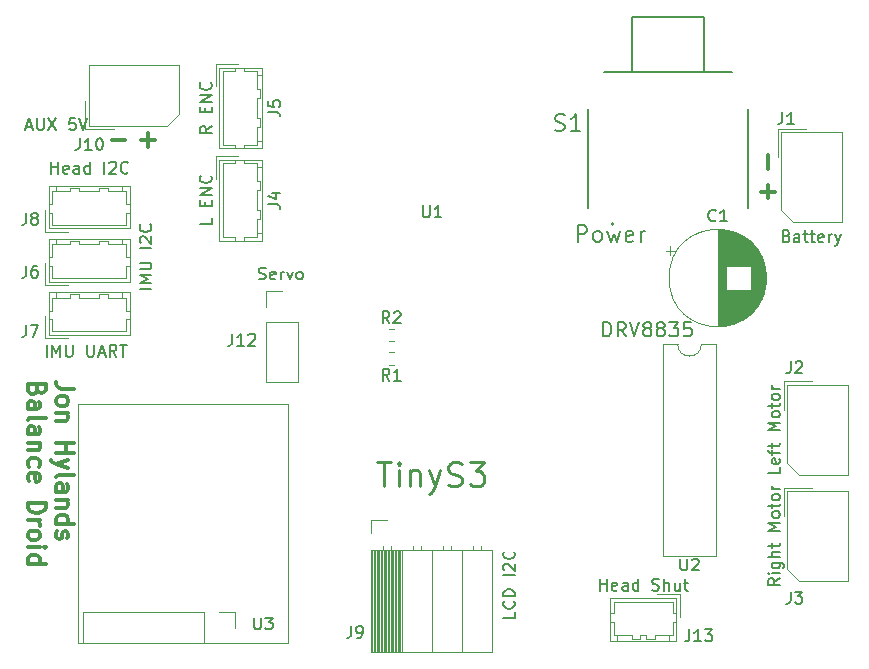
<source format=gbr>
%TF.GenerationSoftware,KiCad,Pcbnew,8.0.3-8.0.3-0~ubuntu22.04.1*%
%TF.CreationDate,2024-06-15T19:31:27-04:00*%
%TF.ProjectId,main_board,6d61696e-5f62-46f6-9172-642e6b696361,rev?*%
%TF.SameCoordinates,Original*%
%TF.FileFunction,Legend,Top*%
%TF.FilePolarity,Positive*%
%FSLAX46Y46*%
G04 Gerber Fmt 4.6, Leading zero omitted, Abs format (unit mm)*
G04 Created by KiCad (PCBNEW 8.0.3-8.0.3-0~ubuntu22.04.1) date 2024-06-15 19:31:27*
%MOMM*%
%LPD*%
G01*
G04 APERTURE LIST*
%ADD10C,0.100000*%
%ADD11C,0.300000*%
%ADD12C,0.200000*%
%ADD13C,0.150000*%
%ADD14C,0.250000*%
%ADD15C,0.120000*%
%ADD16C,0.127000*%
G04 APERTURE END LIST*
D10*
X70000000Y-104050000D02*
X87800000Y-104050000D01*
X87800000Y-124300000D01*
X70000000Y-124300000D01*
X70000000Y-104050000D01*
D11*
X76545489Y-81729400D02*
X75402632Y-81729400D01*
X75974060Y-82300828D02*
X75974060Y-81157971D01*
X74045489Y-81729400D02*
X72902632Y-81729400D01*
X128470600Y-86645489D02*
X128470600Y-85502632D01*
X127899171Y-86074060D02*
X129042028Y-86074060D01*
D12*
X114517292Y-98342742D02*
X114517292Y-97142742D01*
X114517292Y-97142742D02*
X114803006Y-97142742D01*
X114803006Y-97142742D02*
X114974435Y-97199885D01*
X114974435Y-97199885D02*
X115088720Y-97314171D01*
X115088720Y-97314171D02*
X115145863Y-97428457D01*
X115145863Y-97428457D02*
X115203006Y-97657028D01*
X115203006Y-97657028D02*
X115203006Y-97828457D01*
X115203006Y-97828457D02*
X115145863Y-98057028D01*
X115145863Y-98057028D02*
X115088720Y-98171314D01*
X115088720Y-98171314D02*
X114974435Y-98285600D01*
X114974435Y-98285600D02*
X114803006Y-98342742D01*
X114803006Y-98342742D02*
X114517292Y-98342742D01*
X116403006Y-98342742D02*
X116003006Y-97771314D01*
X115717292Y-98342742D02*
X115717292Y-97142742D01*
X115717292Y-97142742D02*
X116174435Y-97142742D01*
X116174435Y-97142742D02*
X116288720Y-97199885D01*
X116288720Y-97199885D02*
X116345863Y-97257028D01*
X116345863Y-97257028D02*
X116403006Y-97371314D01*
X116403006Y-97371314D02*
X116403006Y-97542742D01*
X116403006Y-97542742D02*
X116345863Y-97657028D01*
X116345863Y-97657028D02*
X116288720Y-97714171D01*
X116288720Y-97714171D02*
X116174435Y-97771314D01*
X116174435Y-97771314D02*
X115717292Y-97771314D01*
X116745863Y-97142742D02*
X117145863Y-98342742D01*
X117145863Y-98342742D02*
X117545863Y-97142742D01*
X118117291Y-97657028D02*
X118003006Y-97599885D01*
X118003006Y-97599885D02*
X117945863Y-97542742D01*
X117945863Y-97542742D02*
X117888720Y-97428457D01*
X117888720Y-97428457D02*
X117888720Y-97371314D01*
X117888720Y-97371314D02*
X117945863Y-97257028D01*
X117945863Y-97257028D02*
X118003006Y-97199885D01*
X118003006Y-97199885D02*
X118117291Y-97142742D01*
X118117291Y-97142742D02*
X118345863Y-97142742D01*
X118345863Y-97142742D02*
X118460149Y-97199885D01*
X118460149Y-97199885D02*
X118517291Y-97257028D01*
X118517291Y-97257028D02*
X118574434Y-97371314D01*
X118574434Y-97371314D02*
X118574434Y-97428457D01*
X118574434Y-97428457D02*
X118517291Y-97542742D01*
X118517291Y-97542742D02*
X118460149Y-97599885D01*
X118460149Y-97599885D02*
X118345863Y-97657028D01*
X118345863Y-97657028D02*
X118117291Y-97657028D01*
X118117291Y-97657028D02*
X118003006Y-97714171D01*
X118003006Y-97714171D02*
X117945863Y-97771314D01*
X117945863Y-97771314D02*
X117888720Y-97885600D01*
X117888720Y-97885600D02*
X117888720Y-98114171D01*
X117888720Y-98114171D02*
X117945863Y-98228457D01*
X117945863Y-98228457D02*
X118003006Y-98285600D01*
X118003006Y-98285600D02*
X118117291Y-98342742D01*
X118117291Y-98342742D02*
X118345863Y-98342742D01*
X118345863Y-98342742D02*
X118460149Y-98285600D01*
X118460149Y-98285600D02*
X118517291Y-98228457D01*
X118517291Y-98228457D02*
X118574434Y-98114171D01*
X118574434Y-98114171D02*
X118574434Y-97885600D01*
X118574434Y-97885600D02*
X118517291Y-97771314D01*
X118517291Y-97771314D02*
X118460149Y-97714171D01*
X118460149Y-97714171D02*
X118345863Y-97657028D01*
X119260148Y-97657028D02*
X119145863Y-97599885D01*
X119145863Y-97599885D02*
X119088720Y-97542742D01*
X119088720Y-97542742D02*
X119031577Y-97428457D01*
X119031577Y-97428457D02*
X119031577Y-97371314D01*
X119031577Y-97371314D02*
X119088720Y-97257028D01*
X119088720Y-97257028D02*
X119145863Y-97199885D01*
X119145863Y-97199885D02*
X119260148Y-97142742D01*
X119260148Y-97142742D02*
X119488720Y-97142742D01*
X119488720Y-97142742D02*
X119603006Y-97199885D01*
X119603006Y-97199885D02*
X119660148Y-97257028D01*
X119660148Y-97257028D02*
X119717291Y-97371314D01*
X119717291Y-97371314D02*
X119717291Y-97428457D01*
X119717291Y-97428457D02*
X119660148Y-97542742D01*
X119660148Y-97542742D02*
X119603006Y-97599885D01*
X119603006Y-97599885D02*
X119488720Y-97657028D01*
X119488720Y-97657028D02*
X119260148Y-97657028D01*
X119260148Y-97657028D02*
X119145863Y-97714171D01*
X119145863Y-97714171D02*
X119088720Y-97771314D01*
X119088720Y-97771314D02*
X119031577Y-97885600D01*
X119031577Y-97885600D02*
X119031577Y-98114171D01*
X119031577Y-98114171D02*
X119088720Y-98228457D01*
X119088720Y-98228457D02*
X119145863Y-98285600D01*
X119145863Y-98285600D02*
X119260148Y-98342742D01*
X119260148Y-98342742D02*
X119488720Y-98342742D01*
X119488720Y-98342742D02*
X119603006Y-98285600D01*
X119603006Y-98285600D02*
X119660148Y-98228457D01*
X119660148Y-98228457D02*
X119717291Y-98114171D01*
X119717291Y-98114171D02*
X119717291Y-97885600D01*
X119717291Y-97885600D02*
X119660148Y-97771314D01*
X119660148Y-97771314D02*
X119603006Y-97714171D01*
X119603006Y-97714171D02*
X119488720Y-97657028D01*
X120117291Y-97142742D02*
X120860148Y-97142742D01*
X120860148Y-97142742D02*
X120460148Y-97599885D01*
X120460148Y-97599885D02*
X120631577Y-97599885D01*
X120631577Y-97599885D02*
X120745863Y-97657028D01*
X120745863Y-97657028D02*
X120803005Y-97714171D01*
X120803005Y-97714171D02*
X120860148Y-97828457D01*
X120860148Y-97828457D02*
X120860148Y-98114171D01*
X120860148Y-98114171D02*
X120803005Y-98228457D01*
X120803005Y-98228457D02*
X120745863Y-98285600D01*
X120745863Y-98285600D02*
X120631577Y-98342742D01*
X120631577Y-98342742D02*
X120288720Y-98342742D01*
X120288720Y-98342742D02*
X120174434Y-98285600D01*
X120174434Y-98285600D02*
X120117291Y-98228457D01*
X121945862Y-97142742D02*
X121374434Y-97142742D01*
X121374434Y-97142742D02*
X121317291Y-97714171D01*
X121317291Y-97714171D02*
X121374434Y-97657028D01*
X121374434Y-97657028D02*
X121488720Y-97599885D01*
X121488720Y-97599885D02*
X121774434Y-97599885D01*
X121774434Y-97599885D02*
X121888720Y-97657028D01*
X121888720Y-97657028D02*
X121945862Y-97714171D01*
X121945862Y-97714171D02*
X122003005Y-97828457D01*
X122003005Y-97828457D02*
X122003005Y-98114171D01*
X122003005Y-98114171D02*
X121945862Y-98228457D01*
X121945862Y-98228457D02*
X121888720Y-98285600D01*
X121888720Y-98285600D02*
X121774434Y-98342742D01*
X121774434Y-98342742D02*
X121488720Y-98342742D01*
X121488720Y-98342742D02*
X121374434Y-98285600D01*
X121374434Y-98285600D02*
X121317291Y-98228457D01*
D11*
X69714087Y-102783082D02*
X68642658Y-102783082D01*
X68642658Y-102783082D02*
X68428373Y-102711653D01*
X68428373Y-102711653D02*
X68285516Y-102568796D01*
X68285516Y-102568796D02*
X68214087Y-102354510D01*
X68214087Y-102354510D02*
X68214087Y-102211653D01*
X68214087Y-103711653D02*
X68285516Y-103568796D01*
X68285516Y-103568796D02*
X68356944Y-103497367D01*
X68356944Y-103497367D02*
X68499801Y-103425939D01*
X68499801Y-103425939D02*
X68928373Y-103425939D01*
X68928373Y-103425939D02*
X69071230Y-103497367D01*
X69071230Y-103497367D02*
X69142658Y-103568796D01*
X69142658Y-103568796D02*
X69214087Y-103711653D01*
X69214087Y-103711653D02*
X69214087Y-103925939D01*
X69214087Y-103925939D02*
X69142658Y-104068796D01*
X69142658Y-104068796D02*
X69071230Y-104140225D01*
X69071230Y-104140225D02*
X68928373Y-104211653D01*
X68928373Y-104211653D02*
X68499801Y-104211653D01*
X68499801Y-104211653D02*
X68356944Y-104140225D01*
X68356944Y-104140225D02*
X68285516Y-104068796D01*
X68285516Y-104068796D02*
X68214087Y-103925939D01*
X68214087Y-103925939D02*
X68214087Y-103711653D01*
X69214087Y-104854510D02*
X68214087Y-104854510D01*
X69071230Y-104854510D02*
X69142658Y-104925939D01*
X69142658Y-104925939D02*
X69214087Y-105068796D01*
X69214087Y-105068796D02*
X69214087Y-105283082D01*
X69214087Y-105283082D02*
X69142658Y-105425939D01*
X69142658Y-105425939D02*
X68999801Y-105497368D01*
X68999801Y-105497368D02*
X68214087Y-105497368D01*
X68214087Y-107354510D02*
X69714087Y-107354510D01*
X68999801Y-107354510D02*
X68999801Y-108211653D01*
X68214087Y-108211653D02*
X69714087Y-108211653D01*
X69214087Y-108783082D02*
X68214087Y-109140225D01*
X69214087Y-109497368D02*
X68214087Y-109140225D01*
X68214087Y-109140225D02*
X67856944Y-108997368D01*
X67856944Y-108997368D02*
X67785516Y-108925939D01*
X67785516Y-108925939D02*
X67714087Y-108783082D01*
X68214087Y-110283082D02*
X68285516Y-110140225D01*
X68285516Y-110140225D02*
X68428373Y-110068796D01*
X68428373Y-110068796D02*
X69714087Y-110068796D01*
X68214087Y-111497368D02*
X68999801Y-111497368D01*
X68999801Y-111497368D02*
X69142658Y-111425939D01*
X69142658Y-111425939D02*
X69214087Y-111283082D01*
X69214087Y-111283082D02*
X69214087Y-110997368D01*
X69214087Y-110997368D02*
X69142658Y-110854510D01*
X68285516Y-111497368D02*
X68214087Y-111354510D01*
X68214087Y-111354510D02*
X68214087Y-110997368D01*
X68214087Y-110997368D02*
X68285516Y-110854510D01*
X68285516Y-110854510D02*
X68428373Y-110783082D01*
X68428373Y-110783082D02*
X68571230Y-110783082D01*
X68571230Y-110783082D02*
X68714087Y-110854510D01*
X68714087Y-110854510D02*
X68785516Y-110997368D01*
X68785516Y-110997368D02*
X68785516Y-111354510D01*
X68785516Y-111354510D02*
X68856944Y-111497368D01*
X69214087Y-112211653D02*
X68214087Y-112211653D01*
X69071230Y-112211653D02*
X69142658Y-112283082D01*
X69142658Y-112283082D02*
X69214087Y-112425939D01*
X69214087Y-112425939D02*
X69214087Y-112640225D01*
X69214087Y-112640225D02*
X69142658Y-112783082D01*
X69142658Y-112783082D02*
X68999801Y-112854511D01*
X68999801Y-112854511D02*
X68214087Y-112854511D01*
X68214087Y-114211654D02*
X69714087Y-114211654D01*
X68285516Y-114211654D02*
X68214087Y-114068796D01*
X68214087Y-114068796D02*
X68214087Y-113783082D01*
X68214087Y-113783082D02*
X68285516Y-113640225D01*
X68285516Y-113640225D02*
X68356944Y-113568796D01*
X68356944Y-113568796D02*
X68499801Y-113497368D01*
X68499801Y-113497368D02*
X68928373Y-113497368D01*
X68928373Y-113497368D02*
X69071230Y-113568796D01*
X69071230Y-113568796D02*
X69142658Y-113640225D01*
X69142658Y-113640225D02*
X69214087Y-113783082D01*
X69214087Y-113783082D02*
X69214087Y-114068796D01*
X69214087Y-114068796D02*
X69142658Y-114211654D01*
X68285516Y-114854511D02*
X68214087Y-114997368D01*
X68214087Y-114997368D02*
X68214087Y-115283082D01*
X68214087Y-115283082D02*
X68285516Y-115425939D01*
X68285516Y-115425939D02*
X68428373Y-115497368D01*
X68428373Y-115497368D02*
X68499801Y-115497368D01*
X68499801Y-115497368D02*
X68642658Y-115425939D01*
X68642658Y-115425939D02*
X68714087Y-115283082D01*
X68714087Y-115283082D02*
X68714087Y-115068797D01*
X68714087Y-115068797D02*
X68785516Y-114925939D01*
X68785516Y-114925939D02*
X68928373Y-114854511D01*
X68928373Y-114854511D02*
X68999801Y-114854511D01*
X68999801Y-114854511D02*
X69142658Y-114925939D01*
X69142658Y-114925939D02*
X69214087Y-115068797D01*
X69214087Y-115068797D02*
X69214087Y-115283082D01*
X69214087Y-115283082D02*
X69142658Y-115425939D01*
X66584885Y-102854510D02*
X66513457Y-103068796D01*
X66513457Y-103068796D02*
X66442028Y-103140225D01*
X66442028Y-103140225D02*
X66299171Y-103211653D01*
X66299171Y-103211653D02*
X66084885Y-103211653D01*
X66084885Y-103211653D02*
X65942028Y-103140225D01*
X65942028Y-103140225D02*
X65870600Y-103068796D01*
X65870600Y-103068796D02*
X65799171Y-102925939D01*
X65799171Y-102925939D02*
X65799171Y-102354510D01*
X65799171Y-102354510D02*
X67299171Y-102354510D01*
X67299171Y-102354510D02*
X67299171Y-102854510D01*
X67299171Y-102854510D02*
X67227742Y-102997368D01*
X67227742Y-102997368D02*
X67156314Y-103068796D01*
X67156314Y-103068796D02*
X67013457Y-103140225D01*
X67013457Y-103140225D02*
X66870600Y-103140225D01*
X66870600Y-103140225D02*
X66727742Y-103068796D01*
X66727742Y-103068796D02*
X66656314Y-102997368D01*
X66656314Y-102997368D02*
X66584885Y-102854510D01*
X66584885Y-102854510D02*
X66584885Y-102354510D01*
X65799171Y-104497368D02*
X66584885Y-104497368D01*
X66584885Y-104497368D02*
X66727742Y-104425939D01*
X66727742Y-104425939D02*
X66799171Y-104283082D01*
X66799171Y-104283082D02*
X66799171Y-103997368D01*
X66799171Y-103997368D02*
X66727742Y-103854510D01*
X65870600Y-104497368D02*
X65799171Y-104354510D01*
X65799171Y-104354510D02*
X65799171Y-103997368D01*
X65799171Y-103997368D02*
X65870600Y-103854510D01*
X65870600Y-103854510D02*
X66013457Y-103783082D01*
X66013457Y-103783082D02*
X66156314Y-103783082D01*
X66156314Y-103783082D02*
X66299171Y-103854510D01*
X66299171Y-103854510D02*
X66370600Y-103997368D01*
X66370600Y-103997368D02*
X66370600Y-104354510D01*
X66370600Y-104354510D02*
X66442028Y-104497368D01*
X65799171Y-105425939D02*
X65870600Y-105283082D01*
X65870600Y-105283082D02*
X66013457Y-105211653D01*
X66013457Y-105211653D02*
X67299171Y-105211653D01*
X65799171Y-106640225D02*
X66584885Y-106640225D01*
X66584885Y-106640225D02*
X66727742Y-106568796D01*
X66727742Y-106568796D02*
X66799171Y-106425939D01*
X66799171Y-106425939D02*
X66799171Y-106140225D01*
X66799171Y-106140225D02*
X66727742Y-105997367D01*
X65870600Y-106640225D02*
X65799171Y-106497367D01*
X65799171Y-106497367D02*
X65799171Y-106140225D01*
X65799171Y-106140225D02*
X65870600Y-105997367D01*
X65870600Y-105997367D02*
X66013457Y-105925939D01*
X66013457Y-105925939D02*
X66156314Y-105925939D01*
X66156314Y-105925939D02*
X66299171Y-105997367D01*
X66299171Y-105997367D02*
X66370600Y-106140225D01*
X66370600Y-106140225D02*
X66370600Y-106497367D01*
X66370600Y-106497367D02*
X66442028Y-106640225D01*
X66799171Y-107354510D02*
X65799171Y-107354510D01*
X66656314Y-107354510D02*
X66727742Y-107425939D01*
X66727742Y-107425939D02*
X66799171Y-107568796D01*
X66799171Y-107568796D02*
X66799171Y-107783082D01*
X66799171Y-107783082D02*
X66727742Y-107925939D01*
X66727742Y-107925939D02*
X66584885Y-107997368D01*
X66584885Y-107997368D02*
X65799171Y-107997368D01*
X65870600Y-109354511D02*
X65799171Y-109211653D01*
X65799171Y-109211653D02*
X65799171Y-108925939D01*
X65799171Y-108925939D02*
X65870600Y-108783082D01*
X65870600Y-108783082D02*
X65942028Y-108711653D01*
X65942028Y-108711653D02*
X66084885Y-108640225D01*
X66084885Y-108640225D02*
X66513457Y-108640225D01*
X66513457Y-108640225D02*
X66656314Y-108711653D01*
X66656314Y-108711653D02*
X66727742Y-108783082D01*
X66727742Y-108783082D02*
X66799171Y-108925939D01*
X66799171Y-108925939D02*
X66799171Y-109211653D01*
X66799171Y-109211653D02*
X66727742Y-109354511D01*
X65870600Y-110568796D02*
X65799171Y-110425939D01*
X65799171Y-110425939D02*
X65799171Y-110140225D01*
X65799171Y-110140225D02*
X65870600Y-109997367D01*
X65870600Y-109997367D02*
X66013457Y-109925939D01*
X66013457Y-109925939D02*
X66584885Y-109925939D01*
X66584885Y-109925939D02*
X66727742Y-109997367D01*
X66727742Y-109997367D02*
X66799171Y-110140225D01*
X66799171Y-110140225D02*
X66799171Y-110425939D01*
X66799171Y-110425939D02*
X66727742Y-110568796D01*
X66727742Y-110568796D02*
X66584885Y-110640225D01*
X66584885Y-110640225D02*
X66442028Y-110640225D01*
X66442028Y-110640225D02*
X66299171Y-109925939D01*
X65799171Y-112425938D02*
X67299171Y-112425938D01*
X67299171Y-112425938D02*
X67299171Y-112783081D01*
X67299171Y-112783081D02*
X67227742Y-112997367D01*
X67227742Y-112997367D02*
X67084885Y-113140224D01*
X67084885Y-113140224D02*
X66942028Y-113211653D01*
X66942028Y-113211653D02*
X66656314Y-113283081D01*
X66656314Y-113283081D02*
X66442028Y-113283081D01*
X66442028Y-113283081D02*
X66156314Y-113211653D01*
X66156314Y-113211653D02*
X66013457Y-113140224D01*
X66013457Y-113140224D02*
X65870600Y-112997367D01*
X65870600Y-112997367D02*
X65799171Y-112783081D01*
X65799171Y-112783081D02*
X65799171Y-112425938D01*
X65799171Y-113925938D02*
X66799171Y-113925938D01*
X66513457Y-113925938D02*
X66656314Y-113997367D01*
X66656314Y-113997367D02*
X66727742Y-114068796D01*
X66727742Y-114068796D02*
X66799171Y-114211653D01*
X66799171Y-114211653D02*
X66799171Y-114354510D01*
X65799171Y-115068795D02*
X65870600Y-114925938D01*
X65870600Y-114925938D02*
X65942028Y-114854509D01*
X65942028Y-114854509D02*
X66084885Y-114783081D01*
X66084885Y-114783081D02*
X66513457Y-114783081D01*
X66513457Y-114783081D02*
X66656314Y-114854509D01*
X66656314Y-114854509D02*
X66727742Y-114925938D01*
X66727742Y-114925938D02*
X66799171Y-115068795D01*
X66799171Y-115068795D02*
X66799171Y-115283081D01*
X66799171Y-115283081D02*
X66727742Y-115425938D01*
X66727742Y-115425938D02*
X66656314Y-115497367D01*
X66656314Y-115497367D02*
X66513457Y-115568795D01*
X66513457Y-115568795D02*
X66084885Y-115568795D01*
X66084885Y-115568795D02*
X65942028Y-115497367D01*
X65942028Y-115497367D02*
X65870600Y-115425938D01*
X65870600Y-115425938D02*
X65799171Y-115283081D01*
X65799171Y-115283081D02*
X65799171Y-115068795D01*
X65799171Y-116211652D02*
X66799171Y-116211652D01*
X67299171Y-116211652D02*
X67227742Y-116140224D01*
X67227742Y-116140224D02*
X67156314Y-116211652D01*
X67156314Y-116211652D02*
X67227742Y-116283081D01*
X67227742Y-116283081D02*
X67299171Y-116211652D01*
X67299171Y-116211652D02*
X67156314Y-116211652D01*
X65799171Y-117568796D02*
X67299171Y-117568796D01*
X65870600Y-117568796D02*
X65799171Y-117425938D01*
X65799171Y-117425938D02*
X65799171Y-117140224D01*
X65799171Y-117140224D02*
X65870600Y-116997367D01*
X65870600Y-116997367D02*
X65942028Y-116925938D01*
X65942028Y-116925938D02*
X66084885Y-116854510D01*
X66084885Y-116854510D02*
X66513457Y-116854510D01*
X66513457Y-116854510D02*
X66656314Y-116925938D01*
X66656314Y-116925938D02*
X66727742Y-116997367D01*
X66727742Y-116997367D02*
X66799171Y-117140224D01*
X66799171Y-117140224D02*
X66799171Y-117425938D01*
X66799171Y-117425938D02*
X66727742Y-117568796D01*
X128470600Y-84145489D02*
X128470600Y-83002632D01*
D13*
X65641666Y-87904819D02*
X65641666Y-88619104D01*
X65641666Y-88619104D02*
X65594047Y-88761961D01*
X65594047Y-88761961D02*
X65498809Y-88857200D01*
X65498809Y-88857200D02*
X65355952Y-88904819D01*
X65355952Y-88904819D02*
X65260714Y-88904819D01*
X66260714Y-88333390D02*
X66165476Y-88285771D01*
X66165476Y-88285771D02*
X66117857Y-88238152D01*
X66117857Y-88238152D02*
X66070238Y-88142914D01*
X66070238Y-88142914D02*
X66070238Y-88095295D01*
X66070238Y-88095295D02*
X66117857Y-88000057D01*
X66117857Y-88000057D02*
X66165476Y-87952438D01*
X66165476Y-87952438D02*
X66260714Y-87904819D01*
X66260714Y-87904819D02*
X66451190Y-87904819D01*
X66451190Y-87904819D02*
X66546428Y-87952438D01*
X66546428Y-87952438D02*
X66594047Y-88000057D01*
X66594047Y-88000057D02*
X66641666Y-88095295D01*
X66641666Y-88095295D02*
X66641666Y-88142914D01*
X66641666Y-88142914D02*
X66594047Y-88238152D01*
X66594047Y-88238152D02*
X66546428Y-88285771D01*
X66546428Y-88285771D02*
X66451190Y-88333390D01*
X66451190Y-88333390D02*
X66260714Y-88333390D01*
X66260714Y-88333390D02*
X66165476Y-88381009D01*
X66165476Y-88381009D02*
X66117857Y-88428628D01*
X66117857Y-88428628D02*
X66070238Y-88523866D01*
X66070238Y-88523866D02*
X66070238Y-88714342D01*
X66070238Y-88714342D02*
X66117857Y-88809580D01*
X66117857Y-88809580D02*
X66165476Y-88857200D01*
X66165476Y-88857200D02*
X66260714Y-88904819D01*
X66260714Y-88904819D02*
X66451190Y-88904819D01*
X66451190Y-88904819D02*
X66546428Y-88857200D01*
X66546428Y-88857200D02*
X66594047Y-88809580D01*
X66594047Y-88809580D02*
X66641666Y-88714342D01*
X66641666Y-88714342D02*
X66641666Y-88523866D01*
X66641666Y-88523866D02*
X66594047Y-88428628D01*
X66594047Y-88428628D02*
X66546428Y-88381009D01*
X66546428Y-88381009D02*
X66451190Y-88333390D01*
X67785714Y-84554819D02*
X67785714Y-83554819D01*
X67785714Y-84031009D02*
X68357142Y-84031009D01*
X68357142Y-84554819D02*
X68357142Y-83554819D01*
X69214285Y-84507200D02*
X69119047Y-84554819D01*
X69119047Y-84554819D02*
X68928571Y-84554819D01*
X68928571Y-84554819D02*
X68833333Y-84507200D01*
X68833333Y-84507200D02*
X68785714Y-84411961D01*
X68785714Y-84411961D02*
X68785714Y-84031009D01*
X68785714Y-84031009D02*
X68833333Y-83935771D01*
X68833333Y-83935771D02*
X68928571Y-83888152D01*
X68928571Y-83888152D02*
X69119047Y-83888152D01*
X69119047Y-83888152D02*
X69214285Y-83935771D01*
X69214285Y-83935771D02*
X69261904Y-84031009D01*
X69261904Y-84031009D02*
X69261904Y-84126247D01*
X69261904Y-84126247D02*
X68785714Y-84221485D01*
X70119047Y-84554819D02*
X70119047Y-84031009D01*
X70119047Y-84031009D02*
X70071428Y-83935771D01*
X70071428Y-83935771D02*
X69976190Y-83888152D01*
X69976190Y-83888152D02*
X69785714Y-83888152D01*
X69785714Y-83888152D02*
X69690476Y-83935771D01*
X70119047Y-84507200D02*
X70023809Y-84554819D01*
X70023809Y-84554819D02*
X69785714Y-84554819D01*
X69785714Y-84554819D02*
X69690476Y-84507200D01*
X69690476Y-84507200D02*
X69642857Y-84411961D01*
X69642857Y-84411961D02*
X69642857Y-84316723D01*
X69642857Y-84316723D02*
X69690476Y-84221485D01*
X69690476Y-84221485D02*
X69785714Y-84173866D01*
X69785714Y-84173866D02*
X70023809Y-84173866D01*
X70023809Y-84173866D02*
X70119047Y-84126247D01*
X71023809Y-84554819D02*
X71023809Y-83554819D01*
X71023809Y-84507200D02*
X70928571Y-84554819D01*
X70928571Y-84554819D02*
X70738095Y-84554819D01*
X70738095Y-84554819D02*
X70642857Y-84507200D01*
X70642857Y-84507200D02*
X70595238Y-84459580D01*
X70595238Y-84459580D02*
X70547619Y-84364342D01*
X70547619Y-84364342D02*
X70547619Y-84078628D01*
X70547619Y-84078628D02*
X70595238Y-83983390D01*
X70595238Y-83983390D02*
X70642857Y-83935771D01*
X70642857Y-83935771D02*
X70738095Y-83888152D01*
X70738095Y-83888152D02*
X70928571Y-83888152D01*
X70928571Y-83888152D02*
X71023809Y-83935771D01*
X72261905Y-84554819D02*
X72261905Y-83554819D01*
X72690476Y-83650057D02*
X72738095Y-83602438D01*
X72738095Y-83602438D02*
X72833333Y-83554819D01*
X72833333Y-83554819D02*
X73071428Y-83554819D01*
X73071428Y-83554819D02*
X73166666Y-83602438D01*
X73166666Y-83602438D02*
X73214285Y-83650057D01*
X73214285Y-83650057D02*
X73261904Y-83745295D01*
X73261904Y-83745295D02*
X73261904Y-83840533D01*
X73261904Y-83840533D02*
X73214285Y-83983390D01*
X73214285Y-83983390D02*
X72642857Y-84554819D01*
X72642857Y-84554819D02*
X73261904Y-84554819D01*
X74261904Y-84459580D02*
X74214285Y-84507200D01*
X74214285Y-84507200D02*
X74071428Y-84554819D01*
X74071428Y-84554819D02*
X73976190Y-84554819D01*
X73976190Y-84554819D02*
X73833333Y-84507200D01*
X73833333Y-84507200D02*
X73738095Y-84411961D01*
X73738095Y-84411961D02*
X73690476Y-84316723D01*
X73690476Y-84316723D02*
X73642857Y-84126247D01*
X73642857Y-84126247D02*
X73642857Y-83983390D01*
X73642857Y-83983390D02*
X73690476Y-83792914D01*
X73690476Y-83792914D02*
X73738095Y-83697676D01*
X73738095Y-83697676D02*
X73833333Y-83602438D01*
X73833333Y-83602438D02*
X73976190Y-83554819D01*
X73976190Y-83554819D02*
X74071428Y-83554819D01*
X74071428Y-83554819D02*
X74214285Y-83602438D01*
X74214285Y-83602438D02*
X74261904Y-83650057D01*
X83090476Y-98114819D02*
X83090476Y-98829104D01*
X83090476Y-98829104D02*
X83042857Y-98971961D01*
X83042857Y-98971961D02*
X82947619Y-99067200D01*
X82947619Y-99067200D02*
X82804762Y-99114819D01*
X82804762Y-99114819D02*
X82709524Y-99114819D01*
X84090476Y-99114819D02*
X83519048Y-99114819D01*
X83804762Y-99114819D02*
X83804762Y-98114819D01*
X83804762Y-98114819D02*
X83709524Y-98257676D01*
X83709524Y-98257676D02*
X83614286Y-98352914D01*
X83614286Y-98352914D02*
X83519048Y-98400533D01*
X84471429Y-98210057D02*
X84519048Y-98162438D01*
X84519048Y-98162438D02*
X84614286Y-98114819D01*
X84614286Y-98114819D02*
X84852381Y-98114819D01*
X84852381Y-98114819D02*
X84947619Y-98162438D01*
X84947619Y-98162438D02*
X84995238Y-98210057D01*
X84995238Y-98210057D02*
X85042857Y-98305295D01*
X85042857Y-98305295D02*
X85042857Y-98400533D01*
X85042857Y-98400533D02*
X84995238Y-98543390D01*
X84995238Y-98543390D02*
X84423810Y-99114819D01*
X84423810Y-99114819D02*
X85042857Y-99114819D01*
X85342857Y-93467200D02*
X85485714Y-93514819D01*
X85485714Y-93514819D02*
X85723809Y-93514819D01*
X85723809Y-93514819D02*
X85819047Y-93467200D01*
X85819047Y-93467200D02*
X85866666Y-93419580D01*
X85866666Y-93419580D02*
X85914285Y-93324342D01*
X85914285Y-93324342D02*
X85914285Y-93229104D01*
X85914285Y-93229104D02*
X85866666Y-93133866D01*
X85866666Y-93133866D02*
X85819047Y-93086247D01*
X85819047Y-93086247D02*
X85723809Y-93038628D01*
X85723809Y-93038628D02*
X85533333Y-92991009D01*
X85533333Y-92991009D02*
X85438095Y-92943390D01*
X85438095Y-92943390D02*
X85390476Y-92895771D01*
X85390476Y-92895771D02*
X85342857Y-92800533D01*
X85342857Y-92800533D02*
X85342857Y-92705295D01*
X85342857Y-92705295D02*
X85390476Y-92610057D01*
X85390476Y-92610057D02*
X85438095Y-92562438D01*
X85438095Y-92562438D02*
X85533333Y-92514819D01*
X85533333Y-92514819D02*
X85771428Y-92514819D01*
X85771428Y-92514819D02*
X85914285Y-92562438D01*
X86723809Y-93467200D02*
X86628571Y-93514819D01*
X86628571Y-93514819D02*
X86438095Y-93514819D01*
X86438095Y-93514819D02*
X86342857Y-93467200D01*
X86342857Y-93467200D02*
X86295238Y-93371961D01*
X86295238Y-93371961D02*
X86295238Y-92991009D01*
X86295238Y-92991009D02*
X86342857Y-92895771D01*
X86342857Y-92895771D02*
X86438095Y-92848152D01*
X86438095Y-92848152D02*
X86628571Y-92848152D01*
X86628571Y-92848152D02*
X86723809Y-92895771D01*
X86723809Y-92895771D02*
X86771428Y-92991009D01*
X86771428Y-92991009D02*
X86771428Y-93086247D01*
X86771428Y-93086247D02*
X86295238Y-93181485D01*
X87200000Y-93514819D02*
X87200000Y-92848152D01*
X87200000Y-93038628D02*
X87247619Y-92943390D01*
X87247619Y-92943390D02*
X87295238Y-92895771D01*
X87295238Y-92895771D02*
X87390476Y-92848152D01*
X87390476Y-92848152D02*
X87485714Y-92848152D01*
X87723810Y-92848152D02*
X87961905Y-93514819D01*
X87961905Y-93514819D02*
X88200000Y-92848152D01*
X88723810Y-93514819D02*
X88628572Y-93467200D01*
X88628572Y-93467200D02*
X88580953Y-93419580D01*
X88580953Y-93419580D02*
X88533334Y-93324342D01*
X88533334Y-93324342D02*
X88533334Y-93038628D01*
X88533334Y-93038628D02*
X88580953Y-92943390D01*
X88580953Y-92943390D02*
X88628572Y-92895771D01*
X88628572Y-92895771D02*
X88723810Y-92848152D01*
X88723810Y-92848152D02*
X88866667Y-92848152D01*
X88866667Y-92848152D02*
X88961905Y-92895771D01*
X88961905Y-92895771D02*
X89009524Y-92943390D01*
X89009524Y-92943390D02*
X89057143Y-93038628D01*
X89057143Y-93038628D02*
X89057143Y-93324342D01*
X89057143Y-93324342D02*
X89009524Y-93419580D01*
X89009524Y-93419580D02*
X88961905Y-93467200D01*
X88961905Y-93467200D02*
X88866667Y-93514819D01*
X88866667Y-93514819D02*
X88723810Y-93514819D01*
X70190476Y-81554819D02*
X70190476Y-82269104D01*
X70190476Y-82269104D02*
X70142857Y-82411961D01*
X70142857Y-82411961D02*
X70047619Y-82507200D01*
X70047619Y-82507200D02*
X69904762Y-82554819D01*
X69904762Y-82554819D02*
X69809524Y-82554819D01*
X71190476Y-82554819D02*
X70619048Y-82554819D01*
X70904762Y-82554819D02*
X70904762Y-81554819D01*
X70904762Y-81554819D02*
X70809524Y-81697676D01*
X70809524Y-81697676D02*
X70714286Y-81792914D01*
X70714286Y-81792914D02*
X70619048Y-81840533D01*
X71809524Y-81554819D02*
X71904762Y-81554819D01*
X71904762Y-81554819D02*
X72000000Y-81602438D01*
X72000000Y-81602438D02*
X72047619Y-81650057D01*
X72047619Y-81650057D02*
X72095238Y-81745295D01*
X72095238Y-81745295D02*
X72142857Y-81935771D01*
X72142857Y-81935771D02*
X72142857Y-82173866D01*
X72142857Y-82173866D02*
X72095238Y-82364342D01*
X72095238Y-82364342D02*
X72047619Y-82459580D01*
X72047619Y-82459580D02*
X72000000Y-82507200D01*
X72000000Y-82507200D02*
X71904762Y-82554819D01*
X71904762Y-82554819D02*
X71809524Y-82554819D01*
X71809524Y-82554819D02*
X71714286Y-82507200D01*
X71714286Y-82507200D02*
X71666667Y-82459580D01*
X71666667Y-82459580D02*
X71619048Y-82364342D01*
X71619048Y-82364342D02*
X71571429Y-82173866D01*
X71571429Y-82173866D02*
X71571429Y-81935771D01*
X71571429Y-81935771D02*
X71619048Y-81745295D01*
X71619048Y-81745295D02*
X71666667Y-81650057D01*
X71666667Y-81650057D02*
X71714286Y-81602438D01*
X71714286Y-81602438D02*
X71809524Y-81554819D01*
X65676190Y-80569104D02*
X66152380Y-80569104D01*
X65580952Y-80854819D02*
X65914285Y-79854819D01*
X65914285Y-79854819D02*
X66247618Y-80854819D01*
X66580952Y-79854819D02*
X66580952Y-80664342D01*
X66580952Y-80664342D02*
X66628571Y-80759580D01*
X66628571Y-80759580D02*
X66676190Y-80807200D01*
X66676190Y-80807200D02*
X66771428Y-80854819D01*
X66771428Y-80854819D02*
X66961904Y-80854819D01*
X66961904Y-80854819D02*
X67057142Y-80807200D01*
X67057142Y-80807200D02*
X67104761Y-80759580D01*
X67104761Y-80759580D02*
X67152380Y-80664342D01*
X67152380Y-80664342D02*
X67152380Y-79854819D01*
X67533333Y-79854819D02*
X68199999Y-80854819D01*
X68199999Y-79854819D02*
X67533333Y-80854819D01*
X69819047Y-79854819D02*
X69342857Y-79854819D01*
X69342857Y-79854819D02*
X69295238Y-80331009D01*
X69295238Y-80331009D02*
X69342857Y-80283390D01*
X69342857Y-80283390D02*
X69438095Y-80235771D01*
X69438095Y-80235771D02*
X69676190Y-80235771D01*
X69676190Y-80235771D02*
X69771428Y-80283390D01*
X69771428Y-80283390D02*
X69819047Y-80331009D01*
X69819047Y-80331009D02*
X69866666Y-80426247D01*
X69866666Y-80426247D02*
X69866666Y-80664342D01*
X69866666Y-80664342D02*
X69819047Y-80759580D01*
X69819047Y-80759580D02*
X69771428Y-80807200D01*
X69771428Y-80807200D02*
X69676190Y-80854819D01*
X69676190Y-80854819D02*
X69438095Y-80854819D01*
X69438095Y-80854819D02*
X69342857Y-80807200D01*
X69342857Y-80807200D02*
X69295238Y-80759580D01*
X70152381Y-79854819D02*
X70485714Y-80854819D01*
X70485714Y-80854819D02*
X70819047Y-79854819D01*
X84938095Y-122154819D02*
X84938095Y-122964342D01*
X84938095Y-122964342D02*
X84985714Y-123059580D01*
X84985714Y-123059580D02*
X85033333Y-123107200D01*
X85033333Y-123107200D02*
X85128571Y-123154819D01*
X85128571Y-123154819D02*
X85319047Y-123154819D01*
X85319047Y-123154819D02*
X85414285Y-123107200D01*
X85414285Y-123107200D02*
X85461904Y-123059580D01*
X85461904Y-123059580D02*
X85509523Y-122964342D01*
X85509523Y-122964342D02*
X85509523Y-122154819D01*
X85890476Y-122154819D02*
X86509523Y-122154819D01*
X86509523Y-122154819D02*
X86176190Y-122535771D01*
X86176190Y-122535771D02*
X86319047Y-122535771D01*
X86319047Y-122535771D02*
X86414285Y-122583390D01*
X86414285Y-122583390D02*
X86461904Y-122631009D01*
X86461904Y-122631009D02*
X86509523Y-122726247D01*
X86509523Y-122726247D02*
X86509523Y-122964342D01*
X86509523Y-122964342D02*
X86461904Y-123059580D01*
X86461904Y-123059580D02*
X86414285Y-123107200D01*
X86414285Y-123107200D02*
X86319047Y-123154819D01*
X86319047Y-123154819D02*
X86033333Y-123154819D01*
X86033333Y-123154819D02*
X85938095Y-123107200D01*
X85938095Y-123107200D02*
X85890476Y-123059580D01*
X124030682Y-88509580D02*
X123983063Y-88557200D01*
X123983063Y-88557200D02*
X123840206Y-88604819D01*
X123840206Y-88604819D02*
X123744968Y-88604819D01*
X123744968Y-88604819D02*
X123602111Y-88557200D01*
X123602111Y-88557200D02*
X123506873Y-88461961D01*
X123506873Y-88461961D02*
X123459254Y-88366723D01*
X123459254Y-88366723D02*
X123411635Y-88176247D01*
X123411635Y-88176247D02*
X123411635Y-88033390D01*
X123411635Y-88033390D02*
X123459254Y-87842914D01*
X123459254Y-87842914D02*
X123506873Y-87747676D01*
X123506873Y-87747676D02*
X123602111Y-87652438D01*
X123602111Y-87652438D02*
X123744968Y-87604819D01*
X123744968Y-87604819D02*
X123840206Y-87604819D01*
X123840206Y-87604819D02*
X123983063Y-87652438D01*
X123983063Y-87652438D02*
X124030682Y-87700057D01*
X124983063Y-88604819D02*
X124411635Y-88604819D01*
X124697349Y-88604819D02*
X124697349Y-87604819D01*
X124697349Y-87604819D02*
X124602111Y-87747676D01*
X124602111Y-87747676D02*
X124506873Y-87842914D01*
X124506873Y-87842914D02*
X124411635Y-87890533D01*
X86154819Y-87138333D02*
X86869104Y-87138333D01*
X86869104Y-87138333D02*
X87011961Y-87185952D01*
X87011961Y-87185952D02*
X87107200Y-87281190D01*
X87107200Y-87281190D02*
X87154819Y-87424047D01*
X87154819Y-87424047D02*
X87154819Y-87519285D01*
X86488152Y-86233571D02*
X87154819Y-86233571D01*
X86107200Y-86471666D02*
X86821485Y-86709761D01*
X86821485Y-86709761D02*
X86821485Y-86090714D01*
X81354819Y-88352619D02*
X81354819Y-88828809D01*
X81354819Y-88828809D02*
X80354819Y-88828809D01*
X80831009Y-87257380D02*
X80831009Y-86924047D01*
X81354819Y-86781190D02*
X81354819Y-87257380D01*
X81354819Y-87257380D02*
X80354819Y-87257380D01*
X80354819Y-87257380D02*
X80354819Y-86781190D01*
X81354819Y-86352618D02*
X80354819Y-86352618D01*
X80354819Y-86352618D02*
X81354819Y-85781190D01*
X81354819Y-85781190D02*
X80354819Y-85781190D01*
X81259580Y-84733571D02*
X81307200Y-84781190D01*
X81307200Y-84781190D02*
X81354819Y-84924047D01*
X81354819Y-84924047D02*
X81354819Y-85019285D01*
X81354819Y-85019285D02*
X81307200Y-85162142D01*
X81307200Y-85162142D02*
X81211961Y-85257380D01*
X81211961Y-85257380D02*
X81116723Y-85304999D01*
X81116723Y-85304999D02*
X80926247Y-85352618D01*
X80926247Y-85352618D02*
X80783390Y-85352618D01*
X80783390Y-85352618D02*
X80592914Y-85304999D01*
X80592914Y-85304999D02*
X80497676Y-85257380D01*
X80497676Y-85257380D02*
X80402438Y-85162142D01*
X80402438Y-85162142D02*
X80354819Y-85019285D01*
X80354819Y-85019285D02*
X80354819Y-84924047D01*
X80354819Y-84924047D02*
X80402438Y-84781190D01*
X80402438Y-84781190D02*
X80450057Y-84733571D01*
X110433333Y-80873200D02*
X110633333Y-80939866D01*
X110633333Y-80939866D02*
X110966667Y-80939866D01*
X110966667Y-80939866D02*
X111100000Y-80873200D01*
X111100000Y-80873200D02*
X111166667Y-80806533D01*
X111166667Y-80806533D02*
X111233333Y-80673200D01*
X111233333Y-80673200D02*
X111233333Y-80539866D01*
X111233333Y-80539866D02*
X111166667Y-80406533D01*
X111166667Y-80406533D02*
X111100000Y-80339866D01*
X111100000Y-80339866D02*
X110966667Y-80273200D01*
X110966667Y-80273200D02*
X110700000Y-80206533D01*
X110700000Y-80206533D02*
X110566667Y-80139866D01*
X110566667Y-80139866D02*
X110500000Y-80073200D01*
X110500000Y-80073200D02*
X110433333Y-79939866D01*
X110433333Y-79939866D02*
X110433333Y-79806533D01*
X110433333Y-79806533D02*
X110500000Y-79673200D01*
X110500000Y-79673200D02*
X110566667Y-79606533D01*
X110566667Y-79606533D02*
X110700000Y-79539866D01*
X110700000Y-79539866D02*
X111033333Y-79539866D01*
X111033333Y-79539866D02*
X111233333Y-79606533D01*
X112566666Y-80939866D02*
X111766666Y-80939866D01*
X112166666Y-80939866D02*
X112166666Y-79539866D01*
X112166666Y-79539866D02*
X112033333Y-79739866D01*
X112033333Y-79739866D02*
X111900000Y-79873200D01*
X111900000Y-79873200D02*
X111766666Y-79939866D01*
X112333333Y-90339866D02*
X112333333Y-88939866D01*
X112333333Y-88939866D02*
X112866666Y-88939866D01*
X112866666Y-88939866D02*
X113000000Y-89006533D01*
X113000000Y-89006533D02*
X113066666Y-89073200D01*
X113066666Y-89073200D02*
X113133333Y-89206533D01*
X113133333Y-89206533D02*
X113133333Y-89406533D01*
X113133333Y-89406533D02*
X113066666Y-89539866D01*
X113066666Y-89539866D02*
X113000000Y-89606533D01*
X113000000Y-89606533D02*
X112866666Y-89673200D01*
X112866666Y-89673200D02*
X112333333Y-89673200D01*
X113933333Y-90339866D02*
X113800000Y-90273200D01*
X113800000Y-90273200D02*
X113733333Y-90206533D01*
X113733333Y-90206533D02*
X113666666Y-90073200D01*
X113666666Y-90073200D02*
X113666666Y-89673200D01*
X113666666Y-89673200D02*
X113733333Y-89539866D01*
X113733333Y-89539866D02*
X113800000Y-89473200D01*
X113800000Y-89473200D02*
X113933333Y-89406533D01*
X113933333Y-89406533D02*
X114133333Y-89406533D01*
X114133333Y-89406533D02*
X114266666Y-89473200D01*
X114266666Y-89473200D02*
X114333333Y-89539866D01*
X114333333Y-89539866D02*
X114400000Y-89673200D01*
X114400000Y-89673200D02*
X114400000Y-90073200D01*
X114400000Y-90073200D02*
X114333333Y-90206533D01*
X114333333Y-90206533D02*
X114266666Y-90273200D01*
X114266666Y-90273200D02*
X114133333Y-90339866D01*
X114133333Y-90339866D02*
X113933333Y-90339866D01*
X114866667Y-89406533D02*
X115133333Y-90339866D01*
X115133333Y-90339866D02*
X115400000Y-89673200D01*
X115400000Y-89673200D02*
X115666667Y-90339866D01*
X115666667Y-90339866D02*
X115933333Y-89406533D01*
X117000000Y-90273200D02*
X116866667Y-90339866D01*
X116866667Y-90339866D02*
X116600000Y-90339866D01*
X116600000Y-90339866D02*
X116466667Y-90273200D01*
X116466667Y-90273200D02*
X116400000Y-90139866D01*
X116400000Y-90139866D02*
X116400000Y-89606533D01*
X116400000Y-89606533D02*
X116466667Y-89473200D01*
X116466667Y-89473200D02*
X116600000Y-89406533D01*
X116600000Y-89406533D02*
X116866667Y-89406533D01*
X116866667Y-89406533D02*
X117000000Y-89473200D01*
X117000000Y-89473200D02*
X117066667Y-89606533D01*
X117066667Y-89606533D02*
X117066667Y-89739866D01*
X117066667Y-89739866D02*
X116400000Y-89873200D01*
X117666667Y-90339866D02*
X117666667Y-89406533D01*
X117666667Y-89673200D02*
X117733334Y-89539866D01*
X117733334Y-89539866D02*
X117800000Y-89473200D01*
X117800000Y-89473200D02*
X117933334Y-89406533D01*
X117933334Y-89406533D02*
X118066667Y-89406533D01*
X86154819Y-79338333D02*
X86869104Y-79338333D01*
X86869104Y-79338333D02*
X87011961Y-79385952D01*
X87011961Y-79385952D02*
X87107200Y-79481190D01*
X87107200Y-79481190D02*
X87154819Y-79624047D01*
X87154819Y-79624047D02*
X87154819Y-79719285D01*
X86154819Y-78385952D02*
X86154819Y-78862142D01*
X86154819Y-78862142D02*
X86631009Y-78909761D01*
X86631009Y-78909761D02*
X86583390Y-78862142D01*
X86583390Y-78862142D02*
X86535771Y-78766904D01*
X86535771Y-78766904D02*
X86535771Y-78528809D01*
X86535771Y-78528809D02*
X86583390Y-78433571D01*
X86583390Y-78433571D02*
X86631009Y-78385952D01*
X86631009Y-78385952D02*
X86726247Y-78338333D01*
X86726247Y-78338333D02*
X86964342Y-78338333D01*
X86964342Y-78338333D02*
X87059580Y-78385952D01*
X87059580Y-78385952D02*
X87107200Y-78433571D01*
X87107200Y-78433571D02*
X87154819Y-78528809D01*
X87154819Y-78528809D02*
X87154819Y-78766904D01*
X87154819Y-78766904D02*
X87107200Y-78862142D01*
X87107200Y-78862142D02*
X87059580Y-78909761D01*
X81354819Y-80552619D02*
X80878628Y-80885952D01*
X81354819Y-81124047D02*
X80354819Y-81124047D01*
X80354819Y-81124047D02*
X80354819Y-80743095D01*
X80354819Y-80743095D02*
X80402438Y-80647857D01*
X80402438Y-80647857D02*
X80450057Y-80600238D01*
X80450057Y-80600238D02*
X80545295Y-80552619D01*
X80545295Y-80552619D02*
X80688152Y-80552619D01*
X80688152Y-80552619D02*
X80783390Y-80600238D01*
X80783390Y-80600238D02*
X80831009Y-80647857D01*
X80831009Y-80647857D02*
X80878628Y-80743095D01*
X80878628Y-80743095D02*
X80878628Y-81124047D01*
X80831009Y-79362142D02*
X80831009Y-79028809D01*
X81354819Y-78885952D02*
X81354819Y-79362142D01*
X81354819Y-79362142D02*
X80354819Y-79362142D01*
X80354819Y-79362142D02*
X80354819Y-78885952D01*
X81354819Y-78457380D02*
X80354819Y-78457380D01*
X80354819Y-78457380D02*
X81354819Y-77885952D01*
X81354819Y-77885952D02*
X80354819Y-77885952D01*
X81259580Y-76838333D02*
X81307200Y-76885952D01*
X81307200Y-76885952D02*
X81354819Y-77028809D01*
X81354819Y-77028809D02*
X81354819Y-77124047D01*
X81354819Y-77124047D02*
X81307200Y-77266904D01*
X81307200Y-77266904D02*
X81211961Y-77362142D01*
X81211961Y-77362142D02*
X81116723Y-77409761D01*
X81116723Y-77409761D02*
X80926247Y-77457380D01*
X80926247Y-77457380D02*
X80783390Y-77457380D01*
X80783390Y-77457380D02*
X80592914Y-77409761D01*
X80592914Y-77409761D02*
X80497676Y-77362142D01*
X80497676Y-77362142D02*
X80402438Y-77266904D01*
X80402438Y-77266904D02*
X80354819Y-77124047D01*
X80354819Y-77124047D02*
X80354819Y-77028809D01*
X80354819Y-77028809D02*
X80402438Y-76885952D01*
X80402438Y-76885952D02*
X80450057Y-76838333D01*
X121038095Y-117154819D02*
X121038095Y-117964342D01*
X121038095Y-117964342D02*
X121085714Y-118059580D01*
X121085714Y-118059580D02*
X121133333Y-118107200D01*
X121133333Y-118107200D02*
X121228571Y-118154819D01*
X121228571Y-118154819D02*
X121419047Y-118154819D01*
X121419047Y-118154819D02*
X121514285Y-118107200D01*
X121514285Y-118107200D02*
X121561904Y-118059580D01*
X121561904Y-118059580D02*
X121609523Y-117964342D01*
X121609523Y-117964342D02*
X121609523Y-117154819D01*
X122038095Y-117250057D02*
X122085714Y-117202438D01*
X122085714Y-117202438D02*
X122180952Y-117154819D01*
X122180952Y-117154819D02*
X122419047Y-117154819D01*
X122419047Y-117154819D02*
X122514285Y-117202438D01*
X122514285Y-117202438D02*
X122561904Y-117250057D01*
X122561904Y-117250057D02*
X122609523Y-117345295D01*
X122609523Y-117345295D02*
X122609523Y-117440533D01*
X122609523Y-117440533D02*
X122561904Y-117583390D01*
X122561904Y-117583390D02*
X121990476Y-118154819D01*
X121990476Y-118154819D02*
X122609523Y-118154819D01*
X96408333Y-97224819D02*
X96075000Y-96748628D01*
X95836905Y-97224819D02*
X95836905Y-96224819D01*
X95836905Y-96224819D02*
X96217857Y-96224819D01*
X96217857Y-96224819D02*
X96313095Y-96272438D01*
X96313095Y-96272438D02*
X96360714Y-96320057D01*
X96360714Y-96320057D02*
X96408333Y-96415295D01*
X96408333Y-96415295D02*
X96408333Y-96558152D01*
X96408333Y-96558152D02*
X96360714Y-96653390D01*
X96360714Y-96653390D02*
X96313095Y-96701009D01*
X96313095Y-96701009D02*
X96217857Y-96748628D01*
X96217857Y-96748628D02*
X95836905Y-96748628D01*
X96789286Y-96320057D02*
X96836905Y-96272438D01*
X96836905Y-96272438D02*
X96932143Y-96224819D01*
X96932143Y-96224819D02*
X97170238Y-96224819D01*
X97170238Y-96224819D02*
X97265476Y-96272438D01*
X97265476Y-96272438D02*
X97313095Y-96320057D01*
X97313095Y-96320057D02*
X97360714Y-96415295D01*
X97360714Y-96415295D02*
X97360714Y-96510533D01*
X97360714Y-96510533D02*
X97313095Y-96653390D01*
X97313095Y-96653390D02*
X96741667Y-97224819D01*
X96741667Y-97224819D02*
X97360714Y-97224819D01*
X130366666Y-100454819D02*
X130366666Y-101169104D01*
X130366666Y-101169104D02*
X130319047Y-101311961D01*
X130319047Y-101311961D02*
X130223809Y-101407200D01*
X130223809Y-101407200D02*
X130080952Y-101454819D01*
X130080952Y-101454819D02*
X129985714Y-101454819D01*
X130795238Y-100550057D02*
X130842857Y-100502438D01*
X130842857Y-100502438D02*
X130938095Y-100454819D01*
X130938095Y-100454819D02*
X131176190Y-100454819D01*
X131176190Y-100454819D02*
X131271428Y-100502438D01*
X131271428Y-100502438D02*
X131319047Y-100550057D01*
X131319047Y-100550057D02*
X131366666Y-100645295D01*
X131366666Y-100645295D02*
X131366666Y-100740533D01*
X131366666Y-100740533D02*
X131319047Y-100883390D01*
X131319047Y-100883390D02*
X130747619Y-101454819D01*
X130747619Y-101454819D02*
X131366666Y-101454819D01*
X129454819Y-109392858D02*
X129454819Y-109869048D01*
X129454819Y-109869048D02*
X128454819Y-109869048D01*
X129407200Y-108678572D02*
X129454819Y-108773810D01*
X129454819Y-108773810D02*
X129454819Y-108964286D01*
X129454819Y-108964286D02*
X129407200Y-109059524D01*
X129407200Y-109059524D02*
X129311961Y-109107143D01*
X129311961Y-109107143D02*
X128931009Y-109107143D01*
X128931009Y-109107143D02*
X128835771Y-109059524D01*
X128835771Y-109059524D02*
X128788152Y-108964286D01*
X128788152Y-108964286D02*
X128788152Y-108773810D01*
X128788152Y-108773810D02*
X128835771Y-108678572D01*
X128835771Y-108678572D02*
X128931009Y-108630953D01*
X128931009Y-108630953D02*
X129026247Y-108630953D01*
X129026247Y-108630953D02*
X129121485Y-109107143D01*
X128788152Y-108345238D02*
X128788152Y-107964286D01*
X129454819Y-108202381D02*
X128597676Y-108202381D01*
X128597676Y-108202381D02*
X128502438Y-108154762D01*
X128502438Y-108154762D02*
X128454819Y-108059524D01*
X128454819Y-108059524D02*
X128454819Y-107964286D01*
X128788152Y-107773809D02*
X128788152Y-107392857D01*
X128454819Y-107630952D02*
X129311961Y-107630952D01*
X129311961Y-107630952D02*
X129407200Y-107583333D01*
X129407200Y-107583333D02*
X129454819Y-107488095D01*
X129454819Y-107488095D02*
X129454819Y-107392857D01*
X129454819Y-106297618D02*
X128454819Y-106297618D01*
X128454819Y-106297618D02*
X129169104Y-105964285D01*
X129169104Y-105964285D02*
X128454819Y-105630952D01*
X128454819Y-105630952D02*
X129454819Y-105630952D01*
X129454819Y-105011904D02*
X129407200Y-105107142D01*
X129407200Y-105107142D02*
X129359580Y-105154761D01*
X129359580Y-105154761D02*
X129264342Y-105202380D01*
X129264342Y-105202380D02*
X128978628Y-105202380D01*
X128978628Y-105202380D02*
X128883390Y-105154761D01*
X128883390Y-105154761D02*
X128835771Y-105107142D01*
X128835771Y-105107142D02*
X128788152Y-105011904D01*
X128788152Y-105011904D02*
X128788152Y-104869047D01*
X128788152Y-104869047D02*
X128835771Y-104773809D01*
X128835771Y-104773809D02*
X128883390Y-104726190D01*
X128883390Y-104726190D02*
X128978628Y-104678571D01*
X128978628Y-104678571D02*
X129264342Y-104678571D01*
X129264342Y-104678571D02*
X129359580Y-104726190D01*
X129359580Y-104726190D02*
X129407200Y-104773809D01*
X129407200Y-104773809D02*
X129454819Y-104869047D01*
X129454819Y-104869047D02*
X129454819Y-105011904D01*
X128788152Y-104392856D02*
X128788152Y-104011904D01*
X128454819Y-104249999D02*
X129311961Y-104249999D01*
X129311961Y-104249999D02*
X129407200Y-104202380D01*
X129407200Y-104202380D02*
X129454819Y-104107142D01*
X129454819Y-104107142D02*
X129454819Y-104011904D01*
X129454819Y-103535713D02*
X129407200Y-103630951D01*
X129407200Y-103630951D02*
X129359580Y-103678570D01*
X129359580Y-103678570D02*
X129264342Y-103726189D01*
X129264342Y-103726189D02*
X128978628Y-103726189D01*
X128978628Y-103726189D02*
X128883390Y-103678570D01*
X128883390Y-103678570D02*
X128835771Y-103630951D01*
X128835771Y-103630951D02*
X128788152Y-103535713D01*
X128788152Y-103535713D02*
X128788152Y-103392856D01*
X128788152Y-103392856D02*
X128835771Y-103297618D01*
X128835771Y-103297618D02*
X128883390Y-103249999D01*
X128883390Y-103249999D02*
X128978628Y-103202380D01*
X128978628Y-103202380D02*
X129264342Y-103202380D01*
X129264342Y-103202380D02*
X129359580Y-103249999D01*
X129359580Y-103249999D02*
X129407200Y-103297618D01*
X129407200Y-103297618D02*
X129454819Y-103392856D01*
X129454819Y-103392856D02*
X129454819Y-103535713D01*
X129454819Y-102773808D02*
X128788152Y-102773808D01*
X128978628Y-102773808D02*
X128883390Y-102726189D01*
X128883390Y-102726189D02*
X128835771Y-102678570D01*
X128835771Y-102678570D02*
X128788152Y-102583332D01*
X128788152Y-102583332D02*
X128788152Y-102488094D01*
X130366666Y-119954819D02*
X130366666Y-120669104D01*
X130366666Y-120669104D02*
X130319047Y-120811961D01*
X130319047Y-120811961D02*
X130223809Y-120907200D01*
X130223809Y-120907200D02*
X130080952Y-120954819D01*
X130080952Y-120954819D02*
X129985714Y-120954819D01*
X130747619Y-119954819D02*
X131366666Y-119954819D01*
X131366666Y-119954819D02*
X131033333Y-120335771D01*
X131033333Y-120335771D02*
X131176190Y-120335771D01*
X131176190Y-120335771D02*
X131271428Y-120383390D01*
X131271428Y-120383390D02*
X131319047Y-120431009D01*
X131319047Y-120431009D02*
X131366666Y-120526247D01*
X131366666Y-120526247D02*
X131366666Y-120764342D01*
X131366666Y-120764342D02*
X131319047Y-120859580D01*
X131319047Y-120859580D02*
X131271428Y-120907200D01*
X131271428Y-120907200D02*
X131176190Y-120954819D01*
X131176190Y-120954819D02*
X130890476Y-120954819D01*
X130890476Y-120954819D02*
X130795238Y-120907200D01*
X130795238Y-120907200D02*
X130747619Y-120859580D01*
X129454819Y-118821429D02*
X128978628Y-119154762D01*
X129454819Y-119392857D02*
X128454819Y-119392857D01*
X128454819Y-119392857D02*
X128454819Y-119011905D01*
X128454819Y-119011905D02*
X128502438Y-118916667D01*
X128502438Y-118916667D02*
X128550057Y-118869048D01*
X128550057Y-118869048D02*
X128645295Y-118821429D01*
X128645295Y-118821429D02*
X128788152Y-118821429D01*
X128788152Y-118821429D02*
X128883390Y-118869048D01*
X128883390Y-118869048D02*
X128931009Y-118916667D01*
X128931009Y-118916667D02*
X128978628Y-119011905D01*
X128978628Y-119011905D02*
X128978628Y-119392857D01*
X129454819Y-118392857D02*
X128788152Y-118392857D01*
X128454819Y-118392857D02*
X128502438Y-118440476D01*
X128502438Y-118440476D02*
X128550057Y-118392857D01*
X128550057Y-118392857D02*
X128502438Y-118345238D01*
X128502438Y-118345238D02*
X128454819Y-118392857D01*
X128454819Y-118392857D02*
X128550057Y-118392857D01*
X128788152Y-117488096D02*
X129597676Y-117488096D01*
X129597676Y-117488096D02*
X129692914Y-117535715D01*
X129692914Y-117535715D02*
X129740533Y-117583334D01*
X129740533Y-117583334D02*
X129788152Y-117678572D01*
X129788152Y-117678572D02*
X129788152Y-117821429D01*
X129788152Y-117821429D02*
X129740533Y-117916667D01*
X129407200Y-117488096D02*
X129454819Y-117583334D01*
X129454819Y-117583334D02*
X129454819Y-117773810D01*
X129454819Y-117773810D02*
X129407200Y-117869048D01*
X129407200Y-117869048D02*
X129359580Y-117916667D01*
X129359580Y-117916667D02*
X129264342Y-117964286D01*
X129264342Y-117964286D02*
X128978628Y-117964286D01*
X128978628Y-117964286D02*
X128883390Y-117916667D01*
X128883390Y-117916667D02*
X128835771Y-117869048D01*
X128835771Y-117869048D02*
X128788152Y-117773810D01*
X128788152Y-117773810D02*
X128788152Y-117583334D01*
X128788152Y-117583334D02*
X128835771Y-117488096D01*
X129454819Y-117011905D02*
X128454819Y-117011905D01*
X129454819Y-116583334D02*
X128931009Y-116583334D01*
X128931009Y-116583334D02*
X128835771Y-116630953D01*
X128835771Y-116630953D02*
X128788152Y-116726191D01*
X128788152Y-116726191D02*
X128788152Y-116869048D01*
X128788152Y-116869048D02*
X128835771Y-116964286D01*
X128835771Y-116964286D02*
X128883390Y-117011905D01*
X128788152Y-116250000D02*
X128788152Y-115869048D01*
X128454819Y-116107143D02*
X129311961Y-116107143D01*
X129311961Y-116107143D02*
X129407200Y-116059524D01*
X129407200Y-116059524D02*
X129454819Y-115964286D01*
X129454819Y-115964286D02*
X129454819Y-115869048D01*
X129454819Y-114773809D02*
X128454819Y-114773809D01*
X128454819Y-114773809D02*
X129169104Y-114440476D01*
X129169104Y-114440476D02*
X128454819Y-114107143D01*
X128454819Y-114107143D02*
X129454819Y-114107143D01*
X129454819Y-113488095D02*
X129407200Y-113583333D01*
X129407200Y-113583333D02*
X129359580Y-113630952D01*
X129359580Y-113630952D02*
X129264342Y-113678571D01*
X129264342Y-113678571D02*
X128978628Y-113678571D01*
X128978628Y-113678571D02*
X128883390Y-113630952D01*
X128883390Y-113630952D02*
X128835771Y-113583333D01*
X128835771Y-113583333D02*
X128788152Y-113488095D01*
X128788152Y-113488095D02*
X128788152Y-113345238D01*
X128788152Y-113345238D02*
X128835771Y-113250000D01*
X128835771Y-113250000D02*
X128883390Y-113202381D01*
X128883390Y-113202381D02*
X128978628Y-113154762D01*
X128978628Y-113154762D02*
X129264342Y-113154762D01*
X129264342Y-113154762D02*
X129359580Y-113202381D01*
X129359580Y-113202381D02*
X129407200Y-113250000D01*
X129407200Y-113250000D02*
X129454819Y-113345238D01*
X129454819Y-113345238D02*
X129454819Y-113488095D01*
X128788152Y-112869047D02*
X128788152Y-112488095D01*
X128454819Y-112726190D02*
X129311961Y-112726190D01*
X129311961Y-112726190D02*
X129407200Y-112678571D01*
X129407200Y-112678571D02*
X129454819Y-112583333D01*
X129454819Y-112583333D02*
X129454819Y-112488095D01*
X129454819Y-112011904D02*
X129407200Y-112107142D01*
X129407200Y-112107142D02*
X129359580Y-112154761D01*
X129359580Y-112154761D02*
X129264342Y-112202380D01*
X129264342Y-112202380D02*
X128978628Y-112202380D01*
X128978628Y-112202380D02*
X128883390Y-112154761D01*
X128883390Y-112154761D02*
X128835771Y-112107142D01*
X128835771Y-112107142D02*
X128788152Y-112011904D01*
X128788152Y-112011904D02*
X128788152Y-111869047D01*
X128788152Y-111869047D02*
X128835771Y-111773809D01*
X128835771Y-111773809D02*
X128883390Y-111726190D01*
X128883390Y-111726190D02*
X128978628Y-111678571D01*
X128978628Y-111678571D02*
X129264342Y-111678571D01*
X129264342Y-111678571D02*
X129359580Y-111726190D01*
X129359580Y-111726190D02*
X129407200Y-111773809D01*
X129407200Y-111773809D02*
X129454819Y-111869047D01*
X129454819Y-111869047D02*
X129454819Y-112011904D01*
X129454819Y-111249999D02*
X128788152Y-111249999D01*
X128978628Y-111249999D02*
X128883390Y-111202380D01*
X128883390Y-111202380D02*
X128835771Y-111154761D01*
X128835771Y-111154761D02*
X128788152Y-111059523D01*
X128788152Y-111059523D02*
X128788152Y-110964285D01*
X65641666Y-97354819D02*
X65641666Y-98069104D01*
X65641666Y-98069104D02*
X65594047Y-98211961D01*
X65594047Y-98211961D02*
X65498809Y-98307200D01*
X65498809Y-98307200D02*
X65355952Y-98354819D01*
X65355952Y-98354819D02*
X65260714Y-98354819D01*
X66022619Y-97354819D02*
X66689285Y-97354819D01*
X66689285Y-97354819D02*
X66260714Y-98354819D01*
X67390476Y-100054819D02*
X67390476Y-99054819D01*
X67866666Y-100054819D02*
X67866666Y-99054819D01*
X67866666Y-99054819D02*
X68199999Y-99769104D01*
X68199999Y-99769104D02*
X68533332Y-99054819D01*
X68533332Y-99054819D02*
X68533332Y-100054819D01*
X69009523Y-99054819D02*
X69009523Y-99864342D01*
X69009523Y-99864342D02*
X69057142Y-99959580D01*
X69057142Y-99959580D02*
X69104761Y-100007200D01*
X69104761Y-100007200D02*
X69199999Y-100054819D01*
X69199999Y-100054819D02*
X69390475Y-100054819D01*
X69390475Y-100054819D02*
X69485713Y-100007200D01*
X69485713Y-100007200D02*
X69533332Y-99959580D01*
X69533332Y-99959580D02*
X69580951Y-99864342D01*
X69580951Y-99864342D02*
X69580951Y-99054819D01*
X70819047Y-99054819D02*
X70819047Y-99864342D01*
X70819047Y-99864342D02*
X70866666Y-99959580D01*
X70866666Y-99959580D02*
X70914285Y-100007200D01*
X70914285Y-100007200D02*
X71009523Y-100054819D01*
X71009523Y-100054819D02*
X71199999Y-100054819D01*
X71199999Y-100054819D02*
X71295237Y-100007200D01*
X71295237Y-100007200D02*
X71342856Y-99959580D01*
X71342856Y-99959580D02*
X71390475Y-99864342D01*
X71390475Y-99864342D02*
X71390475Y-99054819D01*
X71819047Y-99769104D02*
X72295237Y-99769104D01*
X71723809Y-100054819D02*
X72057142Y-99054819D01*
X72057142Y-99054819D02*
X72390475Y-100054819D01*
X73295237Y-100054819D02*
X72961904Y-99578628D01*
X72723809Y-100054819D02*
X72723809Y-99054819D01*
X72723809Y-99054819D02*
X73104761Y-99054819D01*
X73104761Y-99054819D02*
X73199999Y-99102438D01*
X73199999Y-99102438D02*
X73247618Y-99150057D01*
X73247618Y-99150057D02*
X73295237Y-99245295D01*
X73295237Y-99245295D02*
X73295237Y-99388152D01*
X73295237Y-99388152D02*
X73247618Y-99483390D01*
X73247618Y-99483390D02*
X73199999Y-99531009D01*
X73199999Y-99531009D02*
X73104761Y-99578628D01*
X73104761Y-99578628D02*
X72723809Y-99578628D01*
X73580952Y-99054819D02*
X74152380Y-99054819D01*
X73866666Y-100054819D02*
X73866666Y-99054819D01*
X96408333Y-102084819D02*
X96075000Y-101608628D01*
X95836905Y-102084819D02*
X95836905Y-101084819D01*
X95836905Y-101084819D02*
X96217857Y-101084819D01*
X96217857Y-101084819D02*
X96313095Y-101132438D01*
X96313095Y-101132438D02*
X96360714Y-101180057D01*
X96360714Y-101180057D02*
X96408333Y-101275295D01*
X96408333Y-101275295D02*
X96408333Y-101418152D01*
X96408333Y-101418152D02*
X96360714Y-101513390D01*
X96360714Y-101513390D02*
X96313095Y-101561009D01*
X96313095Y-101561009D02*
X96217857Y-101608628D01*
X96217857Y-101608628D02*
X95836905Y-101608628D01*
X97360714Y-102084819D02*
X96789286Y-102084819D01*
X97075000Y-102084819D02*
X97075000Y-101084819D01*
X97075000Y-101084819D02*
X96979762Y-101227676D01*
X96979762Y-101227676D02*
X96884524Y-101322914D01*
X96884524Y-101322914D02*
X96789286Y-101370533D01*
X65641666Y-92354819D02*
X65641666Y-93069104D01*
X65641666Y-93069104D02*
X65594047Y-93211961D01*
X65594047Y-93211961D02*
X65498809Y-93307200D01*
X65498809Y-93307200D02*
X65355952Y-93354819D01*
X65355952Y-93354819D02*
X65260714Y-93354819D01*
X66546428Y-92354819D02*
X66355952Y-92354819D01*
X66355952Y-92354819D02*
X66260714Y-92402438D01*
X66260714Y-92402438D02*
X66213095Y-92450057D01*
X66213095Y-92450057D02*
X66117857Y-92592914D01*
X66117857Y-92592914D02*
X66070238Y-92783390D01*
X66070238Y-92783390D02*
X66070238Y-93164342D01*
X66070238Y-93164342D02*
X66117857Y-93259580D01*
X66117857Y-93259580D02*
X66165476Y-93307200D01*
X66165476Y-93307200D02*
X66260714Y-93354819D01*
X66260714Y-93354819D02*
X66451190Y-93354819D01*
X66451190Y-93354819D02*
X66546428Y-93307200D01*
X66546428Y-93307200D02*
X66594047Y-93259580D01*
X66594047Y-93259580D02*
X66641666Y-93164342D01*
X66641666Y-93164342D02*
X66641666Y-92926247D01*
X66641666Y-92926247D02*
X66594047Y-92831009D01*
X66594047Y-92831009D02*
X66546428Y-92783390D01*
X66546428Y-92783390D02*
X66451190Y-92735771D01*
X66451190Y-92735771D02*
X66260714Y-92735771D01*
X66260714Y-92735771D02*
X66165476Y-92783390D01*
X66165476Y-92783390D02*
X66117857Y-92831009D01*
X66117857Y-92831009D02*
X66070238Y-92926247D01*
X76254819Y-94290475D02*
X75254819Y-94290475D01*
X76254819Y-93814285D02*
X75254819Y-93814285D01*
X75254819Y-93814285D02*
X75969104Y-93480952D01*
X75969104Y-93480952D02*
X75254819Y-93147619D01*
X75254819Y-93147619D02*
X76254819Y-93147619D01*
X75254819Y-92671428D02*
X76064342Y-92671428D01*
X76064342Y-92671428D02*
X76159580Y-92623809D01*
X76159580Y-92623809D02*
X76207200Y-92576190D01*
X76207200Y-92576190D02*
X76254819Y-92480952D01*
X76254819Y-92480952D02*
X76254819Y-92290476D01*
X76254819Y-92290476D02*
X76207200Y-92195238D01*
X76207200Y-92195238D02*
X76159580Y-92147619D01*
X76159580Y-92147619D02*
X76064342Y-92100000D01*
X76064342Y-92100000D02*
X75254819Y-92100000D01*
X76254819Y-90861904D02*
X75254819Y-90861904D01*
X75350057Y-90433333D02*
X75302438Y-90385714D01*
X75302438Y-90385714D02*
X75254819Y-90290476D01*
X75254819Y-90290476D02*
X75254819Y-90052381D01*
X75254819Y-90052381D02*
X75302438Y-89957143D01*
X75302438Y-89957143D02*
X75350057Y-89909524D01*
X75350057Y-89909524D02*
X75445295Y-89861905D01*
X75445295Y-89861905D02*
X75540533Y-89861905D01*
X75540533Y-89861905D02*
X75683390Y-89909524D01*
X75683390Y-89909524D02*
X76254819Y-90480952D01*
X76254819Y-90480952D02*
X76254819Y-89861905D01*
X76159580Y-88861905D02*
X76207200Y-88909524D01*
X76207200Y-88909524D02*
X76254819Y-89052381D01*
X76254819Y-89052381D02*
X76254819Y-89147619D01*
X76254819Y-89147619D02*
X76207200Y-89290476D01*
X76207200Y-89290476D02*
X76111961Y-89385714D01*
X76111961Y-89385714D02*
X76016723Y-89433333D01*
X76016723Y-89433333D02*
X75826247Y-89480952D01*
X75826247Y-89480952D02*
X75683390Y-89480952D01*
X75683390Y-89480952D02*
X75492914Y-89433333D01*
X75492914Y-89433333D02*
X75397676Y-89385714D01*
X75397676Y-89385714D02*
X75302438Y-89290476D01*
X75302438Y-89290476D02*
X75254819Y-89147619D01*
X75254819Y-89147619D02*
X75254819Y-89052381D01*
X75254819Y-89052381D02*
X75302438Y-88909524D01*
X75302438Y-88909524D02*
X75350057Y-88861905D01*
X99238095Y-87254819D02*
X99238095Y-88064342D01*
X99238095Y-88064342D02*
X99285714Y-88159580D01*
X99285714Y-88159580D02*
X99333333Y-88207200D01*
X99333333Y-88207200D02*
X99428571Y-88254819D01*
X99428571Y-88254819D02*
X99619047Y-88254819D01*
X99619047Y-88254819D02*
X99714285Y-88207200D01*
X99714285Y-88207200D02*
X99761904Y-88159580D01*
X99761904Y-88159580D02*
X99809523Y-88064342D01*
X99809523Y-88064342D02*
X99809523Y-87254819D01*
X100809523Y-88254819D02*
X100238095Y-88254819D01*
X100523809Y-88254819D02*
X100523809Y-87254819D01*
X100523809Y-87254819D02*
X100428571Y-87397676D01*
X100428571Y-87397676D02*
X100333333Y-87492914D01*
X100333333Y-87492914D02*
X100238095Y-87540533D01*
D14*
X95380952Y-109012238D02*
X96523809Y-109012238D01*
X95952380Y-111012238D02*
X95952380Y-109012238D01*
X97190476Y-111012238D02*
X97190476Y-109678904D01*
X97190476Y-109012238D02*
X97095238Y-109107476D01*
X97095238Y-109107476D02*
X97190476Y-109202714D01*
X97190476Y-109202714D02*
X97285714Y-109107476D01*
X97285714Y-109107476D02*
X97190476Y-109012238D01*
X97190476Y-109012238D02*
X97190476Y-109202714D01*
X98142857Y-109678904D02*
X98142857Y-111012238D01*
X98142857Y-109869380D02*
X98238095Y-109774142D01*
X98238095Y-109774142D02*
X98428571Y-109678904D01*
X98428571Y-109678904D02*
X98714286Y-109678904D01*
X98714286Y-109678904D02*
X98904762Y-109774142D01*
X98904762Y-109774142D02*
X99000000Y-109964619D01*
X99000000Y-109964619D02*
X99000000Y-111012238D01*
X99761905Y-109678904D02*
X100238095Y-111012238D01*
X100714286Y-109678904D02*
X100238095Y-111012238D01*
X100238095Y-111012238D02*
X100047619Y-111488428D01*
X100047619Y-111488428D02*
X99952381Y-111583666D01*
X99952381Y-111583666D02*
X99761905Y-111678904D01*
X101380953Y-110917000D02*
X101666667Y-111012238D01*
X101666667Y-111012238D02*
X102142858Y-111012238D01*
X102142858Y-111012238D02*
X102333334Y-110917000D01*
X102333334Y-110917000D02*
X102428572Y-110821761D01*
X102428572Y-110821761D02*
X102523810Y-110631285D01*
X102523810Y-110631285D02*
X102523810Y-110440809D01*
X102523810Y-110440809D02*
X102428572Y-110250333D01*
X102428572Y-110250333D02*
X102333334Y-110155095D01*
X102333334Y-110155095D02*
X102142858Y-110059857D01*
X102142858Y-110059857D02*
X101761905Y-109964619D01*
X101761905Y-109964619D02*
X101571429Y-109869380D01*
X101571429Y-109869380D02*
X101476191Y-109774142D01*
X101476191Y-109774142D02*
X101380953Y-109583666D01*
X101380953Y-109583666D02*
X101380953Y-109393190D01*
X101380953Y-109393190D02*
X101476191Y-109202714D01*
X101476191Y-109202714D02*
X101571429Y-109107476D01*
X101571429Y-109107476D02*
X101761905Y-109012238D01*
X101761905Y-109012238D02*
X102238096Y-109012238D01*
X102238096Y-109012238D02*
X102523810Y-109107476D01*
X103190477Y-109012238D02*
X104428572Y-109012238D01*
X104428572Y-109012238D02*
X103761905Y-109774142D01*
X103761905Y-109774142D02*
X104047620Y-109774142D01*
X104047620Y-109774142D02*
X104238096Y-109869380D01*
X104238096Y-109869380D02*
X104333334Y-109964619D01*
X104333334Y-109964619D02*
X104428572Y-110155095D01*
X104428572Y-110155095D02*
X104428572Y-110631285D01*
X104428572Y-110631285D02*
X104333334Y-110821761D01*
X104333334Y-110821761D02*
X104238096Y-110917000D01*
X104238096Y-110917000D02*
X104047620Y-111012238D01*
X104047620Y-111012238D02*
X103476191Y-111012238D01*
X103476191Y-111012238D02*
X103285715Y-110917000D01*
X103285715Y-110917000D02*
X103190477Y-110821761D01*
D13*
X121790476Y-123154819D02*
X121790476Y-123869104D01*
X121790476Y-123869104D02*
X121742857Y-124011961D01*
X121742857Y-124011961D02*
X121647619Y-124107200D01*
X121647619Y-124107200D02*
X121504762Y-124154819D01*
X121504762Y-124154819D02*
X121409524Y-124154819D01*
X122790476Y-124154819D02*
X122219048Y-124154819D01*
X122504762Y-124154819D02*
X122504762Y-123154819D01*
X122504762Y-123154819D02*
X122409524Y-123297676D01*
X122409524Y-123297676D02*
X122314286Y-123392914D01*
X122314286Y-123392914D02*
X122219048Y-123440533D01*
X123123810Y-123154819D02*
X123742857Y-123154819D01*
X123742857Y-123154819D02*
X123409524Y-123535771D01*
X123409524Y-123535771D02*
X123552381Y-123535771D01*
X123552381Y-123535771D02*
X123647619Y-123583390D01*
X123647619Y-123583390D02*
X123695238Y-123631009D01*
X123695238Y-123631009D02*
X123742857Y-123726247D01*
X123742857Y-123726247D02*
X123742857Y-123964342D01*
X123742857Y-123964342D02*
X123695238Y-124059580D01*
X123695238Y-124059580D02*
X123647619Y-124107200D01*
X123647619Y-124107200D02*
X123552381Y-124154819D01*
X123552381Y-124154819D02*
X123266667Y-124154819D01*
X123266667Y-124154819D02*
X123171429Y-124107200D01*
X123171429Y-124107200D02*
X123123810Y-124059580D01*
X114233333Y-119854819D02*
X114233333Y-118854819D01*
X114233333Y-119331009D02*
X114804761Y-119331009D01*
X114804761Y-119854819D02*
X114804761Y-118854819D01*
X115661904Y-119807200D02*
X115566666Y-119854819D01*
X115566666Y-119854819D02*
X115376190Y-119854819D01*
X115376190Y-119854819D02*
X115280952Y-119807200D01*
X115280952Y-119807200D02*
X115233333Y-119711961D01*
X115233333Y-119711961D02*
X115233333Y-119331009D01*
X115233333Y-119331009D02*
X115280952Y-119235771D01*
X115280952Y-119235771D02*
X115376190Y-119188152D01*
X115376190Y-119188152D02*
X115566666Y-119188152D01*
X115566666Y-119188152D02*
X115661904Y-119235771D01*
X115661904Y-119235771D02*
X115709523Y-119331009D01*
X115709523Y-119331009D02*
X115709523Y-119426247D01*
X115709523Y-119426247D02*
X115233333Y-119521485D01*
X116566666Y-119854819D02*
X116566666Y-119331009D01*
X116566666Y-119331009D02*
X116519047Y-119235771D01*
X116519047Y-119235771D02*
X116423809Y-119188152D01*
X116423809Y-119188152D02*
X116233333Y-119188152D01*
X116233333Y-119188152D02*
X116138095Y-119235771D01*
X116566666Y-119807200D02*
X116471428Y-119854819D01*
X116471428Y-119854819D02*
X116233333Y-119854819D01*
X116233333Y-119854819D02*
X116138095Y-119807200D01*
X116138095Y-119807200D02*
X116090476Y-119711961D01*
X116090476Y-119711961D02*
X116090476Y-119616723D01*
X116090476Y-119616723D02*
X116138095Y-119521485D01*
X116138095Y-119521485D02*
X116233333Y-119473866D01*
X116233333Y-119473866D02*
X116471428Y-119473866D01*
X116471428Y-119473866D02*
X116566666Y-119426247D01*
X117471428Y-119854819D02*
X117471428Y-118854819D01*
X117471428Y-119807200D02*
X117376190Y-119854819D01*
X117376190Y-119854819D02*
X117185714Y-119854819D01*
X117185714Y-119854819D02*
X117090476Y-119807200D01*
X117090476Y-119807200D02*
X117042857Y-119759580D01*
X117042857Y-119759580D02*
X116995238Y-119664342D01*
X116995238Y-119664342D02*
X116995238Y-119378628D01*
X116995238Y-119378628D02*
X117042857Y-119283390D01*
X117042857Y-119283390D02*
X117090476Y-119235771D01*
X117090476Y-119235771D02*
X117185714Y-119188152D01*
X117185714Y-119188152D02*
X117376190Y-119188152D01*
X117376190Y-119188152D02*
X117471428Y-119235771D01*
X118661905Y-119807200D02*
X118804762Y-119854819D01*
X118804762Y-119854819D02*
X119042857Y-119854819D01*
X119042857Y-119854819D02*
X119138095Y-119807200D01*
X119138095Y-119807200D02*
X119185714Y-119759580D01*
X119185714Y-119759580D02*
X119233333Y-119664342D01*
X119233333Y-119664342D02*
X119233333Y-119569104D01*
X119233333Y-119569104D02*
X119185714Y-119473866D01*
X119185714Y-119473866D02*
X119138095Y-119426247D01*
X119138095Y-119426247D02*
X119042857Y-119378628D01*
X119042857Y-119378628D02*
X118852381Y-119331009D01*
X118852381Y-119331009D02*
X118757143Y-119283390D01*
X118757143Y-119283390D02*
X118709524Y-119235771D01*
X118709524Y-119235771D02*
X118661905Y-119140533D01*
X118661905Y-119140533D02*
X118661905Y-119045295D01*
X118661905Y-119045295D02*
X118709524Y-118950057D01*
X118709524Y-118950057D02*
X118757143Y-118902438D01*
X118757143Y-118902438D02*
X118852381Y-118854819D01*
X118852381Y-118854819D02*
X119090476Y-118854819D01*
X119090476Y-118854819D02*
X119233333Y-118902438D01*
X119661905Y-119854819D02*
X119661905Y-118854819D01*
X120090476Y-119854819D02*
X120090476Y-119331009D01*
X120090476Y-119331009D02*
X120042857Y-119235771D01*
X120042857Y-119235771D02*
X119947619Y-119188152D01*
X119947619Y-119188152D02*
X119804762Y-119188152D01*
X119804762Y-119188152D02*
X119709524Y-119235771D01*
X119709524Y-119235771D02*
X119661905Y-119283390D01*
X120995238Y-119188152D02*
X120995238Y-119854819D01*
X120566667Y-119188152D02*
X120566667Y-119711961D01*
X120566667Y-119711961D02*
X120614286Y-119807200D01*
X120614286Y-119807200D02*
X120709524Y-119854819D01*
X120709524Y-119854819D02*
X120852381Y-119854819D01*
X120852381Y-119854819D02*
X120947619Y-119807200D01*
X120947619Y-119807200D02*
X120995238Y-119759580D01*
X121328572Y-119188152D02*
X121709524Y-119188152D01*
X121471429Y-118854819D02*
X121471429Y-119711961D01*
X121471429Y-119711961D02*
X121519048Y-119807200D01*
X121519048Y-119807200D02*
X121614286Y-119854819D01*
X121614286Y-119854819D02*
X121709524Y-119854819D01*
X93166666Y-122854819D02*
X93166666Y-123569104D01*
X93166666Y-123569104D02*
X93119047Y-123711961D01*
X93119047Y-123711961D02*
X93023809Y-123807200D01*
X93023809Y-123807200D02*
X92880952Y-123854819D01*
X92880952Y-123854819D02*
X92785714Y-123854819D01*
X93690476Y-123854819D02*
X93880952Y-123854819D01*
X93880952Y-123854819D02*
X93976190Y-123807200D01*
X93976190Y-123807200D02*
X94023809Y-123759580D01*
X94023809Y-123759580D02*
X94119047Y-123616723D01*
X94119047Y-123616723D02*
X94166666Y-123426247D01*
X94166666Y-123426247D02*
X94166666Y-123045295D01*
X94166666Y-123045295D02*
X94119047Y-122950057D01*
X94119047Y-122950057D02*
X94071428Y-122902438D01*
X94071428Y-122902438D02*
X93976190Y-122854819D01*
X93976190Y-122854819D02*
X93785714Y-122854819D01*
X93785714Y-122854819D02*
X93690476Y-122902438D01*
X93690476Y-122902438D02*
X93642857Y-122950057D01*
X93642857Y-122950057D02*
X93595238Y-123045295D01*
X93595238Y-123045295D02*
X93595238Y-123283390D01*
X93595238Y-123283390D02*
X93642857Y-123378628D01*
X93642857Y-123378628D02*
X93690476Y-123426247D01*
X93690476Y-123426247D02*
X93785714Y-123473866D01*
X93785714Y-123473866D02*
X93976190Y-123473866D01*
X93976190Y-123473866D02*
X94071428Y-123426247D01*
X94071428Y-123426247D02*
X94119047Y-123378628D01*
X94119047Y-123378628D02*
X94166666Y-123283390D01*
X107024819Y-121665714D02*
X107024819Y-122141904D01*
X107024819Y-122141904D02*
X106024819Y-122141904D01*
X106929580Y-120760952D02*
X106977200Y-120808571D01*
X106977200Y-120808571D02*
X107024819Y-120951428D01*
X107024819Y-120951428D02*
X107024819Y-121046666D01*
X107024819Y-121046666D02*
X106977200Y-121189523D01*
X106977200Y-121189523D02*
X106881961Y-121284761D01*
X106881961Y-121284761D02*
X106786723Y-121332380D01*
X106786723Y-121332380D02*
X106596247Y-121379999D01*
X106596247Y-121379999D02*
X106453390Y-121379999D01*
X106453390Y-121379999D02*
X106262914Y-121332380D01*
X106262914Y-121332380D02*
X106167676Y-121284761D01*
X106167676Y-121284761D02*
X106072438Y-121189523D01*
X106072438Y-121189523D02*
X106024819Y-121046666D01*
X106024819Y-121046666D02*
X106024819Y-120951428D01*
X106024819Y-120951428D02*
X106072438Y-120808571D01*
X106072438Y-120808571D02*
X106120057Y-120760952D01*
X107024819Y-120332380D02*
X106024819Y-120332380D01*
X106024819Y-120332380D02*
X106024819Y-120094285D01*
X106024819Y-120094285D02*
X106072438Y-119951428D01*
X106072438Y-119951428D02*
X106167676Y-119856190D01*
X106167676Y-119856190D02*
X106262914Y-119808571D01*
X106262914Y-119808571D02*
X106453390Y-119760952D01*
X106453390Y-119760952D02*
X106596247Y-119760952D01*
X106596247Y-119760952D02*
X106786723Y-119808571D01*
X106786723Y-119808571D02*
X106881961Y-119856190D01*
X106881961Y-119856190D02*
X106977200Y-119951428D01*
X106977200Y-119951428D02*
X107024819Y-120094285D01*
X107024819Y-120094285D02*
X107024819Y-120332380D01*
X107024819Y-118570475D02*
X106024819Y-118570475D01*
X106120057Y-118141904D02*
X106072438Y-118094285D01*
X106072438Y-118094285D02*
X106024819Y-117999047D01*
X106024819Y-117999047D02*
X106024819Y-117760952D01*
X106024819Y-117760952D02*
X106072438Y-117665714D01*
X106072438Y-117665714D02*
X106120057Y-117618095D01*
X106120057Y-117618095D02*
X106215295Y-117570476D01*
X106215295Y-117570476D02*
X106310533Y-117570476D01*
X106310533Y-117570476D02*
X106453390Y-117618095D01*
X106453390Y-117618095D02*
X107024819Y-118189523D01*
X107024819Y-118189523D02*
X107024819Y-117570476D01*
X106929580Y-116570476D02*
X106977200Y-116618095D01*
X106977200Y-116618095D02*
X107024819Y-116760952D01*
X107024819Y-116760952D02*
X107024819Y-116856190D01*
X107024819Y-116856190D02*
X106977200Y-116999047D01*
X106977200Y-116999047D02*
X106881961Y-117094285D01*
X106881961Y-117094285D02*
X106786723Y-117141904D01*
X106786723Y-117141904D02*
X106596247Y-117189523D01*
X106596247Y-117189523D02*
X106453390Y-117189523D01*
X106453390Y-117189523D02*
X106262914Y-117141904D01*
X106262914Y-117141904D02*
X106167676Y-117094285D01*
X106167676Y-117094285D02*
X106072438Y-116999047D01*
X106072438Y-116999047D02*
X106024819Y-116856190D01*
X106024819Y-116856190D02*
X106024819Y-116760952D01*
X106024819Y-116760952D02*
X106072438Y-116618095D01*
X106072438Y-116618095D02*
X106120057Y-116570476D01*
X129666666Y-79354819D02*
X129666666Y-80069104D01*
X129666666Y-80069104D02*
X129619047Y-80211961D01*
X129619047Y-80211961D02*
X129523809Y-80307200D01*
X129523809Y-80307200D02*
X129380952Y-80354819D01*
X129380952Y-80354819D02*
X129285714Y-80354819D01*
X130666666Y-80354819D02*
X130095238Y-80354819D01*
X130380952Y-80354819D02*
X130380952Y-79354819D01*
X130380952Y-79354819D02*
X130285714Y-79497676D01*
X130285714Y-79497676D02*
X130190476Y-79592914D01*
X130190476Y-79592914D02*
X130095238Y-79640533D01*
X130028570Y-89831009D02*
X130171427Y-89878628D01*
X130171427Y-89878628D02*
X130219046Y-89926247D01*
X130219046Y-89926247D02*
X130266665Y-90021485D01*
X130266665Y-90021485D02*
X130266665Y-90164342D01*
X130266665Y-90164342D02*
X130219046Y-90259580D01*
X130219046Y-90259580D02*
X130171427Y-90307200D01*
X130171427Y-90307200D02*
X130076189Y-90354819D01*
X130076189Y-90354819D02*
X129695237Y-90354819D01*
X129695237Y-90354819D02*
X129695237Y-89354819D01*
X129695237Y-89354819D02*
X130028570Y-89354819D01*
X130028570Y-89354819D02*
X130123808Y-89402438D01*
X130123808Y-89402438D02*
X130171427Y-89450057D01*
X130171427Y-89450057D02*
X130219046Y-89545295D01*
X130219046Y-89545295D02*
X130219046Y-89640533D01*
X130219046Y-89640533D02*
X130171427Y-89735771D01*
X130171427Y-89735771D02*
X130123808Y-89783390D01*
X130123808Y-89783390D02*
X130028570Y-89831009D01*
X130028570Y-89831009D02*
X129695237Y-89831009D01*
X131123808Y-90354819D02*
X131123808Y-89831009D01*
X131123808Y-89831009D02*
X131076189Y-89735771D01*
X131076189Y-89735771D02*
X130980951Y-89688152D01*
X130980951Y-89688152D02*
X130790475Y-89688152D01*
X130790475Y-89688152D02*
X130695237Y-89735771D01*
X131123808Y-90307200D02*
X131028570Y-90354819D01*
X131028570Y-90354819D02*
X130790475Y-90354819D01*
X130790475Y-90354819D02*
X130695237Y-90307200D01*
X130695237Y-90307200D02*
X130647618Y-90211961D01*
X130647618Y-90211961D02*
X130647618Y-90116723D01*
X130647618Y-90116723D02*
X130695237Y-90021485D01*
X130695237Y-90021485D02*
X130790475Y-89973866D01*
X130790475Y-89973866D02*
X131028570Y-89973866D01*
X131028570Y-89973866D02*
X131123808Y-89926247D01*
X131457142Y-89688152D02*
X131838094Y-89688152D01*
X131599999Y-89354819D02*
X131599999Y-90211961D01*
X131599999Y-90211961D02*
X131647618Y-90307200D01*
X131647618Y-90307200D02*
X131742856Y-90354819D01*
X131742856Y-90354819D02*
X131838094Y-90354819D01*
X132028571Y-89688152D02*
X132409523Y-89688152D01*
X132171428Y-89354819D02*
X132171428Y-90211961D01*
X132171428Y-90211961D02*
X132219047Y-90307200D01*
X132219047Y-90307200D02*
X132314285Y-90354819D01*
X132314285Y-90354819D02*
X132409523Y-90354819D01*
X133123809Y-90307200D02*
X133028571Y-90354819D01*
X133028571Y-90354819D02*
X132838095Y-90354819D01*
X132838095Y-90354819D02*
X132742857Y-90307200D01*
X132742857Y-90307200D02*
X132695238Y-90211961D01*
X132695238Y-90211961D02*
X132695238Y-89831009D01*
X132695238Y-89831009D02*
X132742857Y-89735771D01*
X132742857Y-89735771D02*
X132838095Y-89688152D01*
X132838095Y-89688152D02*
X133028571Y-89688152D01*
X133028571Y-89688152D02*
X133123809Y-89735771D01*
X133123809Y-89735771D02*
X133171428Y-89831009D01*
X133171428Y-89831009D02*
X133171428Y-89926247D01*
X133171428Y-89926247D02*
X132695238Y-90021485D01*
X133600000Y-90354819D02*
X133600000Y-89688152D01*
X133600000Y-89878628D02*
X133647619Y-89783390D01*
X133647619Y-89783390D02*
X133695238Y-89735771D01*
X133695238Y-89735771D02*
X133790476Y-89688152D01*
X133790476Y-89688152D02*
X133885714Y-89688152D01*
X134123810Y-89688152D02*
X134361905Y-90354819D01*
X134600000Y-89688152D02*
X134361905Y-90354819D01*
X134361905Y-90354819D02*
X134266667Y-90592914D01*
X134266667Y-90592914D02*
X134219048Y-90640533D01*
X134219048Y-90640533D02*
X134123810Y-90688152D01*
D15*
%TO.C,J8*%
X67240000Y-87600000D02*
X67240000Y-89510000D01*
X67240000Y-89510000D02*
X69150000Y-89510000D01*
X67550000Y-85600000D02*
X67550000Y-89200000D01*
X67550000Y-87150000D02*
X67850000Y-87150000D01*
X67550000Y-87900000D02*
X67850000Y-87900000D01*
X67550000Y-89200000D02*
X74400000Y-89200000D01*
X67850000Y-86050000D02*
X68150000Y-86050000D01*
X67850000Y-87150000D02*
X67850000Y-86050000D01*
X67850000Y-87900000D02*
X67850000Y-88900000D01*
X67850000Y-88900000D02*
X74100000Y-88900000D01*
X68150000Y-86050000D02*
X68150000Y-85600000D01*
X68150000Y-86050000D02*
X69350000Y-86050000D01*
X69350000Y-85750000D02*
X70100000Y-85750000D01*
X69350000Y-86050000D02*
X69350000Y-85750000D01*
X70100000Y-85750000D02*
X70100000Y-86050000D01*
X70100000Y-86050000D02*
X71850000Y-86050000D01*
X71850000Y-85750000D02*
X72600000Y-85750000D01*
X71850000Y-86050000D02*
X71850000Y-85750000D01*
X72600000Y-85750000D02*
X72600000Y-86050000D01*
X72600000Y-86050000D02*
X73800000Y-86050000D01*
X73800000Y-86050000D02*
X73800000Y-85600000D01*
X74100000Y-86050000D02*
X73800000Y-86050000D01*
X74100000Y-87150000D02*
X74100000Y-86050000D01*
X74100000Y-87900000D02*
X74400000Y-87900000D01*
X74100000Y-88900000D02*
X74100000Y-87900000D01*
X74400000Y-85600000D02*
X67550000Y-85600000D01*
X74400000Y-87150000D02*
X74100000Y-87150000D01*
X74400000Y-89200000D02*
X74400000Y-85600000D01*
%TO.C,J12*%
X85970000Y-94490000D02*
X87300000Y-94490000D01*
X85970000Y-95820000D02*
X85970000Y-94490000D01*
X85970000Y-97090000D02*
X85970000Y-102230000D01*
X85970000Y-97090000D02*
X88630000Y-97090000D01*
X85970000Y-102230000D02*
X88630000Y-102230000D01*
X88630000Y-97090000D02*
X88630000Y-102230000D01*
%TO.C,J10*%
X70640000Y-78400000D02*
X70640000Y-80810000D01*
X70640000Y-80810000D02*
X73050000Y-80810000D01*
X70940000Y-75390000D02*
X70940000Y-80510000D01*
X70940000Y-80510000D02*
X77560000Y-80510000D01*
X77560000Y-80510000D02*
X78560000Y-79510000D01*
X78560000Y-75390000D02*
X70940000Y-75390000D01*
X78560000Y-79510000D02*
X78560000Y-75390000D01*
%TO.C,U3*%
X70470000Y-121670000D02*
X70470000Y-124330000D01*
X80690000Y-121670000D02*
X70470000Y-121670000D01*
X80690000Y-121670000D02*
X80690000Y-124330000D01*
X80690000Y-124330000D02*
X70470000Y-124330000D01*
X81960000Y-121670000D02*
X83290000Y-121670000D01*
X83290000Y-121670000D02*
X83290000Y-123000000D01*
%TO.C,C1*%
X119787651Y-91085000D02*
X120587651Y-91085000D01*
X120187651Y-90685000D02*
X120187651Y-91485000D01*
X124197349Y-89320000D02*
X124197349Y-97480000D01*
X124237349Y-89320000D02*
X124237349Y-97480000D01*
X124277349Y-89320000D02*
X124277349Y-97480000D01*
X124317349Y-89321000D02*
X124317349Y-97479000D01*
X124357349Y-89323000D02*
X124357349Y-97477000D01*
X124397349Y-89324000D02*
X124397349Y-97476000D01*
X124437349Y-89326000D02*
X124437349Y-97474000D01*
X124477349Y-89329000D02*
X124477349Y-97471000D01*
X124517349Y-89332000D02*
X124517349Y-97468000D01*
X124557349Y-89335000D02*
X124557349Y-97465000D01*
X124597349Y-89339000D02*
X124597349Y-97461000D01*
X124637349Y-89343000D02*
X124637349Y-97457000D01*
X124677349Y-89348000D02*
X124677349Y-97452000D01*
X124717349Y-89352000D02*
X124717349Y-97448000D01*
X124757349Y-89358000D02*
X124757349Y-97442000D01*
X124797349Y-89363000D02*
X124797349Y-97437000D01*
X124837349Y-89370000D02*
X124837349Y-97430000D01*
X124877349Y-89376000D02*
X124877349Y-97424000D01*
X124918349Y-89383000D02*
X124918349Y-92360000D01*
X124918349Y-94440000D02*
X124918349Y-97417000D01*
X124958349Y-89390000D02*
X124958349Y-92360000D01*
X124958349Y-94440000D02*
X124958349Y-97410000D01*
X124998349Y-89398000D02*
X124998349Y-92360000D01*
X124998349Y-94440000D02*
X124998349Y-97402000D01*
X125038349Y-89406000D02*
X125038349Y-92360000D01*
X125038349Y-94440000D02*
X125038349Y-97394000D01*
X125078349Y-89415000D02*
X125078349Y-92360000D01*
X125078349Y-94440000D02*
X125078349Y-97385000D01*
X125118349Y-89424000D02*
X125118349Y-92360000D01*
X125118349Y-94440000D02*
X125118349Y-97376000D01*
X125158349Y-89433000D02*
X125158349Y-92360000D01*
X125158349Y-94440000D02*
X125158349Y-97367000D01*
X125198349Y-89443000D02*
X125198349Y-92360000D01*
X125198349Y-94440000D02*
X125198349Y-97357000D01*
X125238349Y-89453000D02*
X125238349Y-92360000D01*
X125238349Y-94440000D02*
X125238349Y-97347000D01*
X125278349Y-89464000D02*
X125278349Y-92360000D01*
X125278349Y-94440000D02*
X125278349Y-97336000D01*
X125318349Y-89475000D02*
X125318349Y-92360000D01*
X125318349Y-94440000D02*
X125318349Y-97325000D01*
X125358349Y-89486000D02*
X125358349Y-92360000D01*
X125358349Y-94440000D02*
X125358349Y-97314000D01*
X125398349Y-89498000D02*
X125398349Y-92360000D01*
X125398349Y-94440000D02*
X125398349Y-97302000D01*
X125438349Y-89511000D02*
X125438349Y-92360000D01*
X125438349Y-94440000D02*
X125438349Y-97289000D01*
X125478349Y-89523000D02*
X125478349Y-92360000D01*
X125478349Y-94440000D02*
X125478349Y-97277000D01*
X125518349Y-89537000D02*
X125518349Y-92360000D01*
X125518349Y-94440000D02*
X125518349Y-97263000D01*
X125558349Y-89550000D02*
X125558349Y-92360000D01*
X125558349Y-94440000D02*
X125558349Y-97250000D01*
X125598349Y-89565000D02*
X125598349Y-92360000D01*
X125598349Y-94440000D02*
X125598349Y-97235000D01*
X125638349Y-89579000D02*
X125638349Y-92360000D01*
X125638349Y-94440000D02*
X125638349Y-97221000D01*
X125678349Y-89595000D02*
X125678349Y-92360000D01*
X125678349Y-94440000D02*
X125678349Y-97205000D01*
X125718349Y-89610000D02*
X125718349Y-92360000D01*
X125718349Y-94440000D02*
X125718349Y-97190000D01*
X125758349Y-89626000D02*
X125758349Y-92360000D01*
X125758349Y-94440000D02*
X125758349Y-97174000D01*
X125798349Y-89643000D02*
X125798349Y-92360000D01*
X125798349Y-94440000D02*
X125798349Y-97157000D01*
X125838349Y-89660000D02*
X125838349Y-92360000D01*
X125838349Y-94440000D02*
X125838349Y-97140000D01*
X125878349Y-89678000D02*
X125878349Y-92360000D01*
X125878349Y-94440000D02*
X125878349Y-97122000D01*
X125918349Y-89696000D02*
X125918349Y-92360000D01*
X125918349Y-94440000D02*
X125918349Y-97104000D01*
X125958349Y-89714000D02*
X125958349Y-92360000D01*
X125958349Y-94440000D02*
X125958349Y-97086000D01*
X125998349Y-89734000D02*
X125998349Y-92360000D01*
X125998349Y-94440000D02*
X125998349Y-97066000D01*
X126038349Y-89753000D02*
X126038349Y-92360000D01*
X126038349Y-94440000D02*
X126038349Y-97047000D01*
X126078349Y-89773000D02*
X126078349Y-92360000D01*
X126078349Y-94440000D02*
X126078349Y-97027000D01*
X126118349Y-89794000D02*
X126118349Y-92360000D01*
X126118349Y-94440000D02*
X126118349Y-97006000D01*
X126158349Y-89816000D02*
X126158349Y-92360000D01*
X126158349Y-94440000D02*
X126158349Y-96984000D01*
X126198349Y-89838000D02*
X126198349Y-92360000D01*
X126198349Y-94440000D02*
X126198349Y-96962000D01*
X126238349Y-89860000D02*
X126238349Y-92360000D01*
X126238349Y-94440000D02*
X126238349Y-96940000D01*
X126278349Y-89883000D02*
X126278349Y-92360000D01*
X126278349Y-94440000D02*
X126278349Y-96917000D01*
X126318349Y-89907000D02*
X126318349Y-92360000D01*
X126318349Y-94440000D02*
X126318349Y-96893000D01*
X126358349Y-89931000D02*
X126358349Y-92360000D01*
X126358349Y-94440000D02*
X126358349Y-96869000D01*
X126398349Y-89956000D02*
X126398349Y-92360000D01*
X126398349Y-94440000D02*
X126398349Y-96844000D01*
X126438349Y-89982000D02*
X126438349Y-92360000D01*
X126438349Y-94440000D02*
X126438349Y-96818000D01*
X126478349Y-90008000D02*
X126478349Y-92360000D01*
X126478349Y-94440000D02*
X126478349Y-96792000D01*
X126518349Y-90035000D02*
X126518349Y-92360000D01*
X126518349Y-94440000D02*
X126518349Y-96765000D01*
X126558349Y-90062000D02*
X126558349Y-92360000D01*
X126558349Y-94440000D02*
X126558349Y-96738000D01*
X126598349Y-90091000D02*
X126598349Y-92360000D01*
X126598349Y-94440000D02*
X126598349Y-96709000D01*
X126638349Y-90120000D02*
X126638349Y-92360000D01*
X126638349Y-94440000D02*
X126638349Y-96680000D01*
X126678349Y-90150000D02*
X126678349Y-92360000D01*
X126678349Y-94440000D02*
X126678349Y-96650000D01*
X126718349Y-90180000D02*
X126718349Y-92360000D01*
X126718349Y-94440000D02*
X126718349Y-96620000D01*
X126758349Y-90211000D02*
X126758349Y-92360000D01*
X126758349Y-94440000D02*
X126758349Y-96589000D01*
X126798349Y-90244000D02*
X126798349Y-92360000D01*
X126798349Y-94440000D02*
X126798349Y-96556000D01*
X126838349Y-90276000D02*
X126838349Y-92360000D01*
X126838349Y-94440000D02*
X126838349Y-96524000D01*
X126878349Y-90310000D02*
X126878349Y-92360000D01*
X126878349Y-94440000D02*
X126878349Y-96490000D01*
X126918349Y-90345000D02*
X126918349Y-92360000D01*
X126918349Y-94440000D02*
X126918349Y-96455000D01*
X126958349Y-90381000D02*
X126958349Y-92360000D01*
X126958349Y-94440000D02*
X126958349Y-96419000D01*
X126998349Y-90417000D02*
X126998349Y-96383000D01*
X127038349Y-90455000D02*
X127038349Y-96345000D01*
X127078349Y-90493000D02*
X127078349Y-96307000D01*
X127118349Y-90533000D02*
X127118349Y-96267000D01*
X127158349Y-90574000D02*
X127158349Y-96226000D01*
X127198349Y-90616000D02*
X127198349Y-96184000D01*
X127238349Y-90659000D02*
X127238349Y-96141000D01*
X127278349Y-90703000D02*
X127278349Y-96097000D01*
X127318349Y-90749000D02*
X127318349Y-96051000D01*
X127358349Y-90796000D02*
X127358349Y-96004000D01*
X127398349Y-90844000D02*
X127398349Y-95956000D01*
X127438349Y-90895000D02*
X127438349Y-95905000D01*
X127478349Y-90946000D02*
X127478349Y-95854000D01*
X127518349Y-91000000D02*
X127518349Y-95800000D01*
X127558349Y-91055000D02*
X127558349Y-95745000D01*
X127598349Y-91113000D02*
X127598349Y-95687000D01*
X127638349Y-91172000D02*
X127638349Y-95628000D01*
X127678349Y-91234000D02*
X127678349Y-95566000D01*
X127718349Y-91298000D02*
X127718349Y-95502000D01*
X127758349Y-91366000D02*
X127758349Y-95434000D01*
X127798349Y-91436000D02*
X127798349Y-95364000D01*
X127838349Y-91510000D02*
X127838349Y-95290000D01*
X127878349Y-91587000D02*
X127878349Y-95213000D01*
X127918349Y-91669000D02*
X127918349Y-95131000D01*
X127958349Y-91755000D02*
X127958349Y-95045000D01*
X127998349Y-91848000D02*
X127998349Y-94952000D01*
X128038349Y-91947000D02*
X128038349Y-94853000D01*
X128078349Y-92054000D02*
X128078349Y-94746000D01*
X128118349Y-92171000D02*
X128118349Y-94629000D01*
X128158349Y-92302000D02*
X128158349Y-94498000D01*
X128198349Y-92452000D02*
X128198349Y-94348000D01*
X128238349Y-92632000D02*
X128238349Y-94168000D01*
X128278349Y-92867000D02*
X128278349Y-93933000D01*
X128317349Y-93400000D02*
G75*
G02*
X120077349Y-93400000I-4120000J0D01*
G01*
X120077349Y-93400000D02*
G75*
G02*
X128317349Y-93400000I4120000J0D01*
G01*
%TO.C,J4*%
X81690000Y-83065000D02*
X81690000Y-84975000D01*
X82000000Y-83375000D02*
X82000000Y-90225000D01*
X82000000Y-90225000D02*
X85600000Y-90225000D01*
X82300000Y-83675000D02*
X82300000Y-89925000D01*
X82300000Y-89925000D02*
X83300000Y-89925000D01*
X83300000Y-83375000D02*
X83300000Y-83675000D01*
X83300000Y-83675000D02*
X82300000Y-83675000D01*
X83300000Y-89925000D02*
X83300000Y-90225000D01*
X83600000Y-83065000D02*
X81690000Y-83065000D01*
X84050000Y-83375000D02*
X84050000Y-83675000D01*
X84050000Y-83675000D02*
X85150000Y-83675000D01*
X84050000Y-89925000D02*
X85150000Y-89925000D01*
X84050000Y-90225000D02*
X84050000Y-89925000D01*
X85150000Y-83675000D02*
X85150000Y-83975000D01*
X85150000Y-83975000D02*
X85150000Y-85175000D01*
X85150000Y-83975000D02*
X85600000Y-83975000D01*
X85150000Y-85175000D02*
X85450000Y-85175000D01*
X85150000Y-85925000D02*
X85150000Y-87675000D01*
X85150000Y-87675000D02*
X85450000Y-87675000D01*
X85150000Y-88425000D02*
X85150000Y-89625000D01*
X85150000Y-89625000D02*
X85600000Y-89625000D01*
X85150000Y-89925000D02*
X85150000Y-89625000D01*
X85450000Y-85175000D02*
X85450000Y-85925000D01*
X85450000Y-85925000D02*
X85150000Y-85925000D01*
X85450000Y-87675000D02*
X85450000Y-88425000D01*
X85450000Y-88425000D02*
X85150000Y-88425000D01*
X85600000Y-83375000D02*
X82000000Y-83375000D01*
X85600000Y-90225000D02*
X85600000Y-83375000D01*
D16*
%TO.C,S1*%
X113215000Y-79093500D02*
X113215000Y-87457500D01*
X114600000Y-75987500D02*
X125400000Y-75987500D01*
X116950000Y-71267500D02*
X123050000Y-71267500D01*
X116950000Y-75982500D02*
X116950000Y-71267500D01*
X123050000Y-71267500D02*
X123050000Y-75982500D01*
X126785000Y-79093500D02*
X126785000Y-87457500D01*
D12*
X115400000Y-88807500D02*
G75*
G02*
X115200000Y-88807500I-100000J0D01*
G01*
X115200000Y-88807500D02*
G75*
G02*
X115400000Y-88807500I100000J0D01*
G01*
D15*
%TO.C,J5*%
X81690000Y-75265000D02*
X81690000Y-77175000D01*
X82000000Y-75575000D02*
X82000000Y-82425000D01*
X82000000Y-82425000D02*
X85600000Y-82425000D01*
X82300000Y-75875000D02*
X82300000Y-82125000D01*
X82300000Y-82125000D02*
X83300000Y-82125000D01*
X83300000Y-75575000D02*
X83300000Y-75875000D01*
X83300000Y-75875000D02*
X82300000Y-75875000D01*
X83300000Y-82125000D02*
X83300000Y-82425000D01*
X83600000Y-75265000D02*
X81690000Y-75265000D01*
X84050000Y-75575000D02*
X84050000Y-75875000D01*
X84050000Y-75875000D02*
X85150000Y-75875000D01*
X84050000Y-82125000D02*
X85150000Y-82125000D01*
X84050000Y-82425000D02*
X84050000Y-82125000D01*
X85150000Y-75875000D02*
X85150000Y-76175000D01*
X85150000Y-76175000D02*
X85150000Y-77375000D01*
X85150000Y-76175000D02*
X85600000Y-76175000D01*
X85150000Y-77375000D02*
X85450000Y-77375000D01*
X85150000Y-78125000D02*
X85150000Y-79875000D01*
X85150000Y-79875000D02*
X85450000Y-79875000D01*
X85150000Y-80625000D02*
X85150000Y-81825000D01*
X85150000Y-81825000D02*
X85600000Y-81825000D01*
X85150000Y-82125000D02*
X85150000Y-81825000D01*
X85450000Y-77375000D02*
X85450000Y-78125000D01*
X85450000Y-78125000D02*
X85150000Y-78125000D01*
X85450000Y-79875000D02*
X85450000Y-80625000D01*
X85450000Y-80625000D02*
X85150000Y-80625000D01*
X85600000Y-75575000D02*
X82000000Y-75575000D01*
X85600000Y-82425000D02*
X85600000Y-75575000D01*
%TO.C,U2*%
X119560000Y-99010000D02*
X119560000Y-116910000D01*
X119560000Y-116910000D02*
X124060000Y-116910000D01*
X120810000Y-99010000D02*
X119560000Y-99010000D01*
X124060000Y-99010000D02*
X122810000Y-99010000D01*
X124060000Y-116910000D02*
X124060000Y-99010000D01*
X122810000Y-99010000D02*
G75*
G02*
X120810000Y-99010000I-1000000J0D01*
G01*
%TO.C,R2*%
X96337742Y-97677500D02*
X96812258Y-97677500D01*
X96337742Y-98722500D02*
X96812258Y-98722500D01*
%TO.C,J2*%
X129790000Y-102140000D02*
X129790000Y-104550000D01*
X130090000Y-102440000D02*
X130090000Y-109060000D01*
X130090000Y-109060000D02*
X131090000Y-110060000D01*
X131090000Y-110060000D02*
X135210000Y-110060000D01*
X132200000Y-102140000D02*
X129790000Y-102140000D01*
X135210000Y-102440000D02*
X130090000Y-102440000D01*
X135210000Y-110060000D02*
X135210000Y-102440000D01*
%TO.C,J3*%
X129790000Y-111140000D02*
X129790000Y-113550000D01*
X130090000Y-111440000D02*
X130090000Y-118060000D01*
X130090000Y-118060000D02*
X131090000Y-119060000D01*
X131090000Y-119060000D02*
X135210000Y-119060000D01*
X132200000Y-111140000D02*
X129790000Y-111140000D01*
X135210000Y-111440000D02*
X130090000Y-111440000D01*
X135210000Y-119060000D02*
X135210000Y-111440000D01*
%TO.C,J7*%
X67240000Y-96600000D02*
X67240000Y-98510000D01*
X67240000Y-98510000D02*
X69150000Y-98510000D01*
X67550000Y-94600000D02*
X67550000Y-98200000D01*
X67550000Y-96150000D02*
X67850000Y-96150000D01*
X67550000Y-96900000D02*
X67850000Y-96900000D01*
X67550000Y-98200000D02*
X74400000Y-98200000D01*
X67850000Y-95050000D02*
X68150000Y-95050000D01*
X67850000Y-96150000D02*
X67850000Y-95050000D01*
X67850000Y-96900000D02*
X67850000Y-97900000D01*
X67850000Y-97900000D02*
X74100000Y-97900000D01*
X68150000Y-95050000D02*
X68150000Y-94600000D01*
X68150000Y-95050000D02*
X69350000Y-95050000D01*
X69350000Y-94750000D02*
X70100000Y-94750000D01*
X69350000Y-95050000D02*
X69350000Y-94750000D01*
X70100000Y-94750000D02*
X70100000Y-95050000D01*
X70100000Y-95050000D02*
X71850000Y-95050000D01*
X71850000Y-94750000D02*
X72600000Y-94750000D01*
X71850000Y-95050000D02*
X71850000Y-94750000D01*
X72600000Y-94750000D02*
X72600000Y-95050000D01*
X72600000Y-95050000D02*
X73800000Y-95050000D01*
X73800000Y-95050000D02*
X73800000Y-94600000D01*
X74100000Y-95050000D02*
X73800000Y-95050000D01*
X74100000Y-96150000D02*
X74100000Y-95050000D01*
X74100000Y-96900000D02*
X74400000Y-96900000D01*
X74100000Y-97900000D02*
X74100000Y-96900000D01*
X74400000Y-94600000D02*
X67550000Y-94600000D01*
X74400000Y-96150000D02*
X74100000Y-96150000D01*
X74400000Y-98200000D02*
X74400000Y-94600000D01*
%TO.C,R1*%
X96812258Y-99677500D02*
X96337742Y-99677500D01*
X96812258Y-100722500D02*
X96337742Y-100722500D01*
%TO.C,J6*%
X67240000Y-92100000D02*
X67240000Y-94010000D01*
X67240000Y-94010000D02*
X69150000Y-94010000D01*
X67550000Y-90100000D02*
X67550000Y-93700000D01*
X67550000Y-91650000D02*
X67850000Y-91650000D01*
X67550000Y-92400000D02*
X67850000Y-92400000D01*
X67550000Y-93700000D02*
X74400000Y-93700000D01*
X67850000Y-90550000D02*
X68150000Y-90550000D01*
X67850000Y-91650000D02*
X67850000Y-90550000D01*
X67850000Y-92400000D02*
X67850000Y-93400000D01*
X67850000Y-93400000D02*
X74100000Y-93400000D01*
X68150000Y-90550000D02*
X68150000Y-90100000D01*
X68150000Y-90550000D02*
X69350000Y-90550000D01*
X69350000Y-90250000D02*
X70100000Y-90250000D01*
X69350000Y-90550000D02*
X69350000Y-90250000D01*
X70100000Y-90250000D02*
X70100000Y-90550000D01*
X70100000Y-90550000D02*
X71850000Y-90550000D01*
X71850000Y-90250000D02*
X72600000Y-90250000D01*
X71850000Y-90550000D02*
X71850000Y-90250000D01*
X72600000Y-90250000D02*
X72600000Y-90550000D01*
X72600000Y-90550000D02*
X73800000Y-90550000D01*
X73800000Y-90550000D02*
X73800000Y-90100000D01*
X74100000Y-90550000D02*
X73800000Y-90550000D01*
X74100000Y-91650000D02*
X74100000Y-90550000D01*
X74100000Y-92400000D02*
X74400000Y-92400000D01*
X74100000Y-93400000D02*
X74100000Y-92400000D01*
X74400000Y-90100000D02*
X67550000Y-90100000D01*
X74400000Y-91650000D02*
X74100000Y-91650000D01*
X74400000Y-93700000D02*
X74400000Y-90100000D01*
%TO.C,J13*%
X115100000Y-120500000D02*
X115100000Y-124100000D01*
X115100000Y-122550000D02*
X115400000Y-122550000D01*
X115100000Y-124100000D02*
X120700000Y-124100000D01*
X115400000Y-120800000D02*
X115400000Y-121800000D01*
X115400000Y-121800000D02*
X115100000Y-121800000D01*
X115400000Y-122550000D02*
X115400000Y-123650000D01*
X115400000Y-123650000D02*
X115700000Y-123650000D01*
X115700000Y-123650000D02*
X115700000Y-124100000D01*
X116900000Y-123650000D02*
X115700000Y-123650000D01*
X116900000Y-123950000D02*
X116900000Y-123650000D01*
X117650000Y-123650000D02*
X117650000Y-123950000D01*
X117650000Y-123950000D02*
X116900000Y-123950000D01*
X118150000Y-123650000D02*
X117650000Y-123650000D01*
X118150000Y-123950000D02*
X118150000Y-123650000D01*
X118900000Y-123650000D02*
X118900000Y-123950000D01*
X118900000Y-123950000D02*
X118150000Y-123950000D01*
X120100000Y-123650000D02*
X118900000Y-123650000D01*
X120100000Y-123650000D02*
X120100000Y-124100000D01*
X120400000Y-120800000D02*
X115400000Y-120800000D01*
X120400000Y-121800000D02*
X120400000Y-120800000D01*
X120400000Y-122550000D02*
X120400000Y-123650000D01*
X120400000Y-123650000D02*
X120100000Y-123650000D01*
X120700000Y-120500000D02*
X115100000Y-120500000D01*
X120700000Y-121800000D02*
X120400000Y-121800000D01*
X120700000Y-122550000D02*
X120400000Y-122550000D01*
X120700000Y-124100000D02*
X120700000Y-120500000D01*
X121010000Y-120190000D02*
X119100000Y-120190000D01*
X121010000Y-122100000D02*
X121010000Y-120190000D01*
%TO.C,J9*%
X94850000Y-113890000D02*
X96180000Y-113890000D01*
X94850000Y-115000000D02*
X94850000Y-113890000D01*
X94850000Y-116460000D02*
X105130000Y-116460000D01*
X94850000Y-125090000D02*
X94850000Y-116460000D01*
X94850000Y-125090000D02*
X105130000Y-125090000D01*
X94970000Y-125090000D02*
X94970000Y-116460000D01*
X95088095Y-125090000D02*
X95088095Y-116460000D01*
X95206190Y-125090000D02*
X95206190Y-116460000D01*
X95324285Y-125090000D02*
X95324285Y-116460000D01*
X95442380Y-125090000D02*
X95442380Y-116460000D01*
X95560475Y-125090000D02*
X95560475Y-116460000D01*
X95678570Y-125090000D02*
X95678570Y-116460000D01*
X95796665Y-125090000D02*
X95796665Y-116460000D01*
X95820000Y-116460000D02*
X95820000Y-116110000D01*
X95914760Y-125090000D02*
X95914760Y-116460000D01*
X96032855Y-125090000D02*
X96032855Y-116460000D01*
X96150950Y-125090000D02*
X96150950Y-116460000D01*
X96269045Y-125090000D02*
X96269045Y-116460000D01*
X96387140Y-125090000D02*
X96387140Y-116460000D01*
X96505235Y-125090000D02*
X96505235Y-116460000D01*
X96540000Y-116460000D02*
X96540000Y-116110000D01*
X96623330Y-125090000D02*
X96623330Y-116460000D01*
X96741425Y-125090000D02*
X96741425Y-116460000D01*
X96859520Y-125090000D02*
X96859520Y-116460000D01*
X96977615Y-125090000D02*
X96977615Y-116460000D01*
X97095710Y-125090000D02*
X97095710Y-116460000D01*
X97213805Y-125090000D02*
X97213805Y-116460000D01*
X97331900Y-125090000D02*
X97331900Y-116460000D01*
X97450000Y-125090000D02*
X97450000Y-116460000D01*
X98360000Y-116460000D02*
X98360000Y-116050000D01*
X99080000Y-116460000D02*
X99080000Y-116050000D01*
X99990000Y-125090000D02*
X99990000Y-116460000D01*
X100900000Y-116460000D02*
X100900000Y-116050000D01*
X101620000Y-116460000D02*
X101620000Y-116050000D01*
X102530000Y-125090000D02*
X102530000Y-116460000D01*
X103440000Y-116460000D02*
X103440000Y-116050000D01*
X104160000Y-116460000D02*
X104160000Y-116050000D01*
X105130000Y-125090000D02*
X105130000Y-116460000D01*
%TO.C,J1*%
X129290000Y-80740000D02*
X129290000Y-83150000D01*
X129590000Y-81040000D02*
X129590000Y-87660000D01*
X129590000Y-87660000D02*
X130590000Y-88660000D01*
X130590000Y-88660000D02*
X134710000Y-88660000D01*
X131700000Y-80740000D02*
X129290000Y-80740000D01*
X134710000Y-81040000D02*
X129590000Y-81040000D01*
X134710000Y-88660000D02*
X134710000Y-81040000D01*
%TD*%
M02*

</source>
